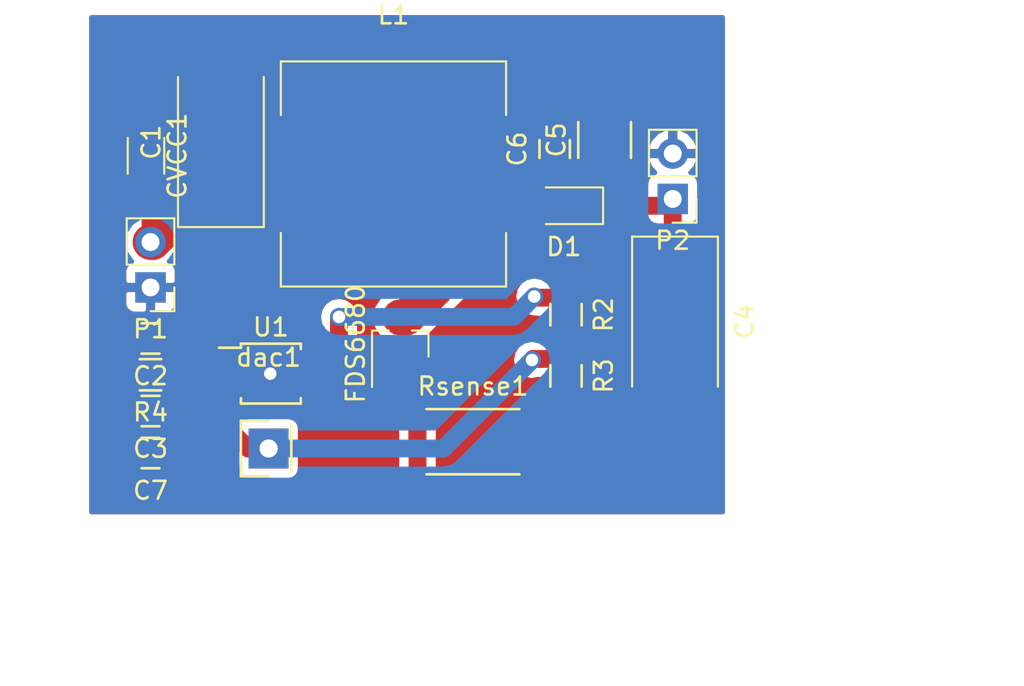
<source format=kicad_pcb>
(kicad_pcb (version 4) (host pcbnew 4.0.5)

  (general
    (links 36)
    (no_connects 0)
    (area 135.655667 82.945 193.27 123.350001)
    (thickness 1.6)
    (drawings 2)
    (tracks 91)
    (zones 0)
    (modules 19)
    (nets 11)
  )

  (page A4)
  (layers
    (0 F.Cu signal)
    (31 B.Cu signal)
    (32 B.Adhes user)
    (33 F.Adhes user)
    (34 B.Paste user)
    (35 F.Paste user)
    (36 B.SilkS user)
    (37 F.SilkS user)
    (38 B.Mask user)
    (39 F.Mask user)
    (40 Dwgs.User user)
    (41 Cmts.User user)
    (42 Eco1.User user)
    (43 Eco2.User user)
    (44 Edge.Cuts user)
    (45 Margin user)
    (46 B.CrtYd user)
    (47 F.CrtYd user)
    (48 B.Fab user)
    (49 F.Fab user)
  )

  (setup
    (last_trace_width 0.25)
    (user_trace_width 0.35)
    (user_trace_width 0.4)
    (user_trace_width 1)
    (user_trace_width 2)
    (trace_clearance 0.1)
    (zone_clearance 0.508)
    (zone_45_only no)
    (trace_min 0.2)
    (segment_width 0.2)
    (edge_width 0.15)
    (via_size 0.9)
    (via_drill 0.7)
    (via_min_size 0.4)
    (via_min_drill 0.3)
    (uvia_size 0.3)
    (uvia_drill 0.1)
    (uvias_allowed no)
    (uvia_min_size 0.2)
    (uvia_min_drill 0.1)
    (pcb_text_width 0.3)
    (pcb_text_size 1.5 1.5)
    (mod_edge_width 0.15)
    (mod_text_size 1 1)
    (mod_text_width 0.15)
    (pad_size 1.9 0.8)
    (pad_drill 0)
    (pad_to_mask_clearance 0.2)
    (aux_axis_origin 0 0)
    (visible_elements 7FFFFFFF)
    (pcbplotparams
      (layerselection 0x00000_80000001)
      (usegerberextensions false)
      (excludeedgelayer true)
      (linewidth 0.050000)
      (plotframeref false)
      (viasonmask false)
      (mode 1)
      (useauxorigin false)
      (hpglpennumber 1)
      (hpglpenspeed 20)
      (hpglpendiameter 15)
      (hpglpenoverlay 2)
      (psnegative false)
      (psa4output false)
      (plotreference true)
      (plotvalue true)
      (plotinvisibletext false)
      (padsonsilk false)
      (subtractmaskfromsilk false)
      (outputformat 4)
      (mirror false)
      (drillshape 2)
      (scaleselection 1)
      (outputdirectory ""))
  )

  (net 0 "")
  (net 1 GND)
  (net 2 "Net-(C3-Pad1)")
  (net 3 "Net-(C4-Pad1)")
  (net 4 "Net-(C7-Pad1)")
  (net 5 "Net-(D1-Pad2)")
  (net 6 "Net-(FDS6680-Pad1)")
  (net 7 "Net-(FDS6680-Pad3)")
  (net 8 "Net-(R4-Pad1)")
  (net 9 /PowerIn)
  (net 10 "Net-(C2-Pad1)")

  (net_class Default "This is the default net class."
    (clearance 0.1)
    (trace_width 0.25)
    (via_dia 0.9)
    (via_drill 0.7)
    (uvia_dia 0.3)
    (uvia_drill 0.1)
    (add_net /PowerIn)
    (add_net GND)
    (add_net "Net-(C2-Pad1)")
    (add_net "Net-(C3-Pad1)")
    (add_net "Net-(C4-Pad1)")
    (add_net "Net-(C7-Pad1)")
    (add_net "Net-(D1-Pad2)")
    (add_net "Net-(FDS6680-Pad1)")
    (add_net "Net-(FDS6680-Pad3)")
    (add_net "Net-(R4-Pad1)")
  )

  (net_class Power ""
    (clearance 0.1)
    (trace_width 0.8)
    (via_dia 0.9)
    (via_drill 0.7)
    (uvia_dia 0.3)
    (uvia_drill 0.1)
  )

  (module Resistors_SMD:R_2512 (layer F.Cu) (tedit 58307F1B) (tstamp 587239C9)
    (at 158.623 107.696)
    (descr "Resistor SMD 2512, reflow soldering, Vishay (see dcrcw.pdf)")
    (tags "resistor 2512")
    (path /57CDC064)
    (attr smd)
    (fp_text reference Rsense1 (at 0 -3.1) (layer F.SilkS)
      (effects (font (size 1 1) (thickness 0.15)))
    )
    (fp_text value 0.02 (at 0 3.1) (layer F.Fab)
      (effects (font (size 1 1) (thickness 0.15)))
    )
    (fp_line (start -3.15 1.6) (end -3.15 -1.6) (layer F.Fab) (width 0.1))
    (fp_line (start 3.15 1.6) (end -3.15 1.6) (layer F.Fab) (width 0.1))
    (fp_line (start 3.15 -1.6) (end 3.15 1.6) (layer F.Fab) (width 0.1))
    (fp_line (start -3.15 -1.6) (end 3.15 -1.6) (layer F.Fab) (width 0.1))
    (fp_line (start -3.9 -1.95) (end 3.9 -1.95) (layer F.CrtYd) (width 0.05))
    (fp_line (start -3.9 1.95) (end 3.9 1.95) (layer F.CrtYd) (width 0.05))
    (fp_line (start -3.9 -1.95) (end -3.9 1.95) (layer F.CrtYd) (width 0.05))
    (fp_line (start 3.9 -1.95) (end 3.9 1.95) (layer F.CrtYd) (width 0.05))
    (fp_line (start 2.6 1.825) (end -2.6 1.825) (layer F.SilkS) (width 0.15))
    (fp_line (start -2.6 -1.825) (end 2.6 -1.825) (layer F.SilkS) (width 0.15))
    (pad 1 smd rect (at -3.1 0) (size 1 3.2) (layers F.Cu F.Paste F.Mask)
      (net 7 "Net-(FDS6680-Pad3)"))
    (pad 2 smd rect (at 3.1 0) (size 1 3.2) (layers F.Cu F.Paste F.Mask)
      (net 1 GND))
    (model Resistors_SMD.3dshapes/R_2512.wrl
      (at (xyz 0 0 0))
      (scale (xyz 1 1 1))
      (rotate (xyz 0 0 0))
    )
  )

  (module Housings_SSOP:MSOP-10_3x3mm_Pitch0.5mm (layer F.Cu) (tedit 54130A77) (tstamp 587239E3)
    (at 147.32 103.886)
    (descr "10-Lead Plastic Micro Small Outline Package (MS) [MSOP] (see Microchip Packaging Specification 00000049BS.pdf)")
    (tags "SSOP 0.5")
    (path /57CDB9E2)
    (attr smd)
    (fp_text reference U1 (at 0 -2.6) (layer F.SilkS)
      (effects (font (size 1 1) (thickness 0.15)))
    )
    (fp_text value MAX668 (at 0 2.6) (layer F.Fab)
      (effects (font (size 1 1) (thickness 0.15)))
    )
    (fp_line (start -0.5 -1.5) (end 1.5 -1.5) (layer F.Fab) (width 0.15))
    (fp_line (start 1.5 -1.5) (end 1.5 1.5) (layer F.Fab) (width 0.15))
    (fp_line (start 1.5 1.5) (end -1.5 1.5) (layer F.Fab) (width 0.15))
    (fp_line (start -1.5 1.5) (end -1.5 -0.5) (layer F.Fab) (width 0.15))
    (fp_line (start -1.5 -0.5) (end -0.5 -1.5) (layer F.Fab) (width 0.15))
    (fp_line (start -3.15 -1.85) (end -3.15 1.85) (layer F.CrtYd) (width 0.05))
    (fp_line (start 3.15 -1.85) (end 3.15 1.85) (layer F.CrtYd) (width 0.05))
    (fp_line (start -3.15 -1.85) (end 3.15 -1.85) (layer F.CrtYd) (width 0.05))
    (fp_line (start -3.15 1.85) (end 3.15 1.85) (layer F.CrtYd) (width 0.05))
    (fp_line (start -1.675 -1.675) (end -1.675 -1.45) (layer F.SilkS) (width 0.15))
    (fp_line (start 1.675 -1.675) (end 1.675 -1.375) (layer F.SilkS) (width 0.15))
    (fp_line (start 1.675 1.675) (end 1.675 1.375) (layer F.SilkS) (width 0.15))
    (fp_line (start -1.675 1.675) (end -1.675 1.375) (layer F.SilkS) (width 0.15))
    (fp_line (start -1.675 -1.675) (end 1.675 -1.675) (layer F.SilkS) (width 0.15))
    (fp_line (start -1.675 1.675) (end 1.675 1.675) (layer F.SilkS) (width 0.15))
    (fp_line (start -1.675 -1.45) (end -2.9 -1.45) (layer F.SilkS) (width 0.15))
    (pad 1 smd rect (at -2.2 -1) (size 1.4 0.3) (layers F.Cu F.Paste F.Mask)
      (net 10 "Net-(C2-Pad1)"))
    (pad 2 smd rect (at -2.2 -0.5) (size 1.4 0.3) (layers F.Cu F.Paste F.Mask)
      (net 8 "Net-(R4-Pad1)"))
    (pad 3 smd rect (at -2.2 0) (size 1.4 0.3) (layers F.Cu F.Paste F.Mask)
      (net 1 GND))
    (pad 4 smd rect (at -2.2 0.5) (size 1.4 0.3) (layers F.Cu F.Paste F.Mask)
      (net 2 "Net-(C3-Pad1)"))
    (pad 5 smd rect (at -2.2 1) (size 1.4 0.3) (layers F.Cu F.Paste F.Mask)
      (net 4 "Net-(C7-Pad1)"))
    (pad 6 smd rect (at 2.2 1) (size 1.4 0.3) (layers F.Cu F.Paste F.Mask)
      (net 7 "Net-(FDS6680-Pad3)"))
    (pad 7 smd rect (at 2.2 0.5) (size 1.4 0.3) (layers F.Cu F.Paste F.Mask)
      (net 1 GND))
    (pad 8 smd rect (at 2.2 0) (size 1.4 0.3) (layers F.Cu F.Paste F.Mask)
      (net 6 "Net-(FDS6680-Pad1)"))
    (pad 9 smd rect (at 2.2 -0.5) (size 1.4 0.3) (layers F.Cu F.Paste F.Mask)
      (net 3 "Net-(C4-Pad1)"))
    (pad 10 smd rect (at 2.2 -1) (size 1.4 0.3) (layers F.Cu F.Paste F.Mask)
      (net 3 "Net-(C4-Pad1)"))
    (model Housings_SSOP.3dshapes/MSOP-10_3x3mm_Pitch0.5mm.wrl
      (at (xyz 0 0 0))
      (scale (xyz 1 1 1))
      (rotate (xyz 0 0 0))
    )
  )

  (module Capacitors_SMD:C_0805 (layer F.Cu) (tedit 5415D6EA) (tstamp 58723BD5)
    (at 140.589 101.9175 180)
    (descr "Capacitor SMD 0805, reflow soldering, AVX (see smccp.pdf)")
    (tags "capacitor 0805")
    (path /57CDBAE9)
    (attr smd)
    (fp_text reference C2 (at 0 -2.1 180) (layer F.SilkS)
      (effects (font (size 1 1) (thickness 0.15)))
    )
    (fp_text value 1uF (at 0 2.1 180) (layer F.Fab)
      (effects (font (size 1 1) (thickness 0.15)))
    )
    (fp_line (start -1 0.625) (end -1 -0.625) (layer F.Fab) (width 0.15))
    (fp_line (start 1 0.625) (end -1 0.625) (layer F.Fab) (width 0.15))
    (fp_line (start 1 -0.625) (end 1 0.625) (layer F.Fab) (width 0.15))
    (fp_line (start -1 -0.625) (end 1 -0.625) (layer F.Fab) (width 0.15))
    (fp_line (start -1.8 -1) (end 1.8 -1) (layer F.CrtYd) (width 0.05))
    (fp_line (start -1.8 1) (end 1.8 1) (layer F.CrtYd) (width 0.05))
    (fp_line (start -1.8 -1) (end -1.8 1) (layer F.CrtYd) (width 0.05))
    (fp_line (start 1.8 -1) (end 1.8 1) (layer F.CrtYd) (width 0.05))
    (fp_line (start 0.5 -0.85) (end -0.5 -0.85) (layer F.SilkS) (width 0.15))
    (fp_line (start -0.5 0.85) (end 0.5 0.85) (layer F.SilkS) (width 0.15))
    (pad 1 smd rect (at -1 0 180) (size 1 1.25) (layers F.Cu F.Paste F.Mask)
      (net 10 "Net-(C2-Pad1)"))
    (pad 2 smd rect (at 1 0 180) (size 1 1.25) (layers F.Cu F.Paste F.Mask)
      (net 1 GND))
    (model Capacitors_SMD.3dshapes/C_0805.wrl
      (at (xyz 0 0 0))
      (scale (xyz 1 1 1))
      (rotate (xyz 0 0 0))
    )
  )

  (module Capacitors_SMD:C_0805 (layer F.Cu) (tedit 59C58A8A) (tstamp 58723BDB)
    (at 140.589 105.9815 180)
    (descr "Capacitor SMD 0805, reflow soldering, AVX (see smccp.pdf)")
    (tags "capacitor 0805")
    (path /57CDBB36)
    (attr smd)
    (fp_text reference C3 (at 0 -2.1 180) (layer F.SilkS)
      (effects (font (size 1 1) (thickness 0.15)))
    )
    (fp_text value .22uF (at 6.223 0.0635 180) (layer F.Fab)
      (effects (font (size 1 1) (thickness 0.15)))
    )
    (fp_line (start -1 0.625) (end -1 -0.625) (layer F.Fab) (width 0.15))
    (fp_line (start 1 0.625) (end -1 0.625) (layer F.Fab) (width 0.15))
    (fp_line (start 1 -0.625) (end 1 0.625) (layer F.Fab) (width 0.15))
    (fp_line (start -1 -0.625) (end 1 -0.625) (layer F.Fab) (width 0.15))
    (fp_line (start -1.8 -1) (end 1.8 -1) (layer F.CrtYd) (width 0.05))
    (fp_line (start -1.8 1) (end 1.8 1) (layer F.CrtYd) (width 0.05))
    (fp_line (start -1.8 -1) (end -1.8 1) (layer F.CrtYd) (width 0.05))
    (fp_line (start 1.8 -1) (end 1.8 1) (layer F.CrtYd) (width 0.05))
    (fp_line (start 0.5 -0.85) (end -0.5 -0.85) (layer F.SilkS) (width 0.15))
    (fp_line (start -0.5 0.85) (end 0.5 0.85) (layer F.SilkS) (width 0.15))
    (pad 1 smd rect (at -1 0 180) (size 1 1.25) (layers F.Cu F.Paste F.Mask)
      (net 2 "Net-(C3-Pad1)"))
    (pad 2 smd rect (at 1 0 180) (size 1 1.25) (layers F.Cu F.Paste F.Mask)
      (net 1 GND))
    (model Capacitors_SMD.3dshapes/C_0805.wrl
      (at (xyz 0 0 0))
      (scale (xyz 1 1 1))
      (rotate (xyz 0 0 0))
    )
  )

  (module Capacitors_SMD:C_1210 (layer F.Cu) (tedit 5415D85D) (tstamp 58723BE7)
    (at 165.989 90.805 90)
    (descr "Capacitor SMD 1210, reflow soldering, AVX (see smccp.pdf)")
    (tags "capacitor 1210")
    (path /57CDBD85)
    (attr smd)
    (fp_text reference C5 (at 0 -2.7 90) (layer F.SilkS)
      (effects (font (size 1 1) (thickness 0.15)))
    )
    (fp_text value 68uF (at 0 2.7 90) (layer F.Fab)
      (effects (font (size 1 1) (thickness 0.15)))
    )
    (fp_line (start -1.6 1.25) (end -1.6 -1.25) (layer F.Fab) (width 0.15))
    (fp_line (start 1.6 1.25) (end -1.6 1.25) (layer F.Fab) (width 0.15))
    (fp_line (start 1.6 -1.25) (end 1.6 1.25) (layer F.Fab) (width 0.15))
    (fp_line (start -1.6 -1.25) (end 1.6 -1.25) (layer F.Fab) (width 0.15))
    (fp_line (start -2.3 -1.6) (end 2.3 -1.6) (layer F.CrtYd) (width 0.05))
    (fp_line (start -2.3 1.6) (end 2.3 1.6) (layer F.CrtYd) (width 0.05))
    (fp_line (start -2.3 -1.6) (end -2.3 1.6) (layer F.CrtYd) (width 0.05))
    (fp_line (start 2.3 -1.6) (end 2.3 1.6) (layer F.CrtYd) (width 0.05))
    (fp_line (start 1 -1.475) (end -1 -1.475) (layer F.SilkS) (width 0.15))
    (fp_line (start -1 1.475) (end 1 1.475) (layer F.SilkS) (width 0.15))
    (pad 1 smd rect (at -1.5 0 90) (size 1 2.5) (layers F.Cu F.Paste F.Mask)
      (net 3 "Net-(C4-Pad1)"))
    (pad 2 smd rect (at 1.5 0 90) (size 1 2.5) (layers F.Cu F.Paste F.Mask)
      (net 1 GND))
    (model Capacitors_SMD.3dshapes/C_1210.wrl
      (at (xyz 0 0 0))
      (scale (xyz 1 1 1))
      (rotate (xyz 0 0 0))
    )
  )

  (module Capacitors_SMD:C_0805 (layer F.Cu) (tedit 5415D6EA) (tstamp 58723BED)
    (at 163.195 91.313 90)
    (descr "Capacitor SMD 0805, reflow soldering, AVX (see smccp.pdf)")
    (tags "capacitor 0805")
    (path /57CDBDAC)
    (attr smd)
    (fp_text reference C6 (at 0 -2.1 90) (layer F.SilkS)
      (effects (font (size 1 1) (thickness 0.15)))
    )
    (fp_text value 0.1uF (at 0 2.1 90) (layer F.Fab)
      (effects (font (size 1 1) (thickness 0.15)))
    )
    (fp_line (start -1 0.625) (end -1 -0.625) (layer F.Fab) (width 0.15))
    (fp_line (start 1 0.625) (end -1 0.625) (layer F.Fab) (width 0.15))
    (fp_line (start 1 -0.625) (end 1 0.625) (layer F.Fab) (width 0.15))
    (fp_line (start -1 -0.625) (end 1 -0.625) (layer F.Fab) (width 0.15))
    (fp_line (start -1.8 -1) (end 1.8 -1) (layer F.CrtYd) (width 0.05))
    (fp_line (start -1.8 1) (end 1.8 1) (layer F.CrtYd) (width 0.05))
    (fp_line (start -1.8 -1) (end -1.8 1) (layer F.CrtYd) (width 0.05))
    (fp_line (start 1.8 -1) (end 1.8 1) (layer F.CrtYd) (width 0.05))
    (fp_line (start 0.5 -0.85) (end -0.5 -0.85) (layer F.SilkS) (width 0.15))
    (fp_line (start -0.5 0.85) (end 0.5 0.85) (layer F.SilkS) (width 0.15))
    (pad 1 smd rect (at -1 0 90) (size 1 1.25) (layers F.Cu F.Paste F.Mask)
      (net 3 "Net-(C4-Pad1)"))
    (pad 2 smd rect (at 1 0 90) (size 1 1.25) (layers F.Cu F.Paste F.Mask)
      (net 1 GND))
    (model Capacitors_SMD.3dshapes/C_0805.wrl
      (at (xyz 0 0 0))
      (scale (xyz 1 1 1))
      (rotate (xyz 0 0 0))
    )
  )

  (module Capacitors_SMD:C_0805 (layer F.Cu) (tedit 59C58A98) (tstamp 58723BF3)
    (at 140.589 108.331 180)
    (descr "Capacitor SMD 0805, reflow soldering, AVX (see smccp.pdf)")
    (tags "capacitor 0805")
    (path /57CDBB57)
    (attr smd)
    (fp_text reference C7 (at 0 -2.1 180) (layer F.SilkS)
      (effects (font (size 1 1) (thickness 0.15)))
    )
    (fp_text value 220pF (at 5.969 0.127 180) (layer F.Fab)
      (effects (font (size 1 1) (thickness 0.15)))
    )
    (fp_line (start -1 0.625) (end -1 -0.625) (layer F.Fab) (width 0.15))
    (fp_line (start 1 0.625) (end -1 0.625) (layer F.Fab) (width 0.15))
    (fp_line (start 1 -0.625) (end 1 0.625) (layer F.Fab) (width 0.15))
    (fp_line (start -1 -0.625) (end 1 -0.625) (layer F.Fab) (width 0.15))
    (fp_line (start -1.8 -1) (end 1.8 -1) (layer F.CrtYd) (width 0.05))
    (fp_line (start -1.8 1) (end 1.8 1) (layer F.CrtYd) (width 0.05))
    (fp_line (start -1.8 -1) (end -1.8 1) (layer F.CrtYd) (width 0.05))
    (fp_line (start 1.8 -1) (end 1.8 1) (layer F.CrtYd) (width 0.05))
    (fp_line (start 0.5 -0.85) (end -0.5 -0.85) (layer F.SilkS) (width 0.15))
    (fp_line (start -0.5 0.85) (end 0.5 0.85) (layer F.SilkS) (width 0.15))
    (pad 1 smd rect (at -1 0 180) (size 1 1.25) (layers F.Cu F.Paste F.Mask)
      (net 4 "Net-(C7-Pad1)"))
    (pad 2 smd rect (at 1 0 180) (size 1 1.25) (layers F.Cu F.Paste F.Mask)
      (net 1 GND))
    (model Capacitors_SMD.3dshapes/C_0805.wrl
      (at (xyz 0 0 0))
      (scale (xyz 1 1 1))
      (rotate (xyz 0 0 0))
    )
  )

  (module Resistors_SMD:R_0805 (layer F.Cu) (tedit 58307B54) (tstamp 58723BFF)
    (at 163.83 100.584 270)
    (descr "Resistor SMD 0805, reflow soldering, Vishay (see dcrcw.pdf)")
    (tags "resistor 0805")
    (path /57CDBDF1)
    (attr smd)
    (fp_text reference R2 (at 0 -2.1 270) (layer F.SilkS)
      (effects (font (size 1 1) (thickness 0.15)))
    )
    (fp_text value 218k (at 0 2.1 270) (layer F.Fab)
      (effects (font (size 1 1) (thickness 0.15)))
    )
    (fp_line (start -1 0.625) (end -1 -0.625) (layer F.Fab) (width 0.1))
    (fp_line (start 1 0.625) (end -1 0.625) (layer F.Fab) (width 0.1))
    (fp_line (start 1 -0.625) (end 1 0.625) (layer F.Fab) (width 0.1))
    (fp_line (start -1 -0.625) (end 1 -0.625) (layer F.Fab) (width 0.1))
    (fp_line (start -1.6 -1) (end 1.6 -1) (layer F.CrtYd) (width 0.05))
    (fp_line (start -1.6 1) (end 1.6 1) (layer F.CrtYd) (width 0.05))
    (fp_line (start -1.6 -1) (end -1.6 1) (layer F.CrtYd) (width 0.05))
    (fp_line (start 1.6 -1) (end 1.6 1) (layer F.CrtYd) (width 0.05))
    (fp_line (start 0.6 0.875) (end -0.6 0.875) (layer F.SilkS) (width 0.15))
    (fp_line (start -0.6 -0.875) (end 0.6 -0.875) (layer F.SilkS) (width 0.15))
    (pad 1 smd rect (at -0.95 0 270) (size 0.7 1.3) (layers F.Cu F.Paste F.Mask)
      (net 3 "Net-(C4-Pad1)"))
    (pad 2 smd rect (at 0.95 0 270) (size 0.7 1.3) (layers F.Cu F.Paste F.Mask)
      (net 4 "Net-(C7-Pad1)"))
    (model Resistors_SMD.3dshapes/R_0805.wrl
      (at (xyz 0 0 0))
      (scale (xyz 1 1 1))
      (rotate (xyz 0 0 0))
    )
  )

  (module Resistors_SMD:R_0805 (layer F.Cu) (tedit 58307B54) (tstamp 58723C05)
    (at 163.83 104.013 270)
    (descr "Resistor SMD 0805, reflow soldering, Vishay (see dcrcw.pdf)")
    (tags "resistor 0805")
    (path /57CDBE2A)
    (attr smd)
    (fp_text reference R3 (at 0 -2.1 270) (layer F.SilkS)
      (effects (font (size 1 1) (thickness 0.15)))
    )
    (fp_text value 25k (at 0 2.1 270) (layer F.Fab)
      (effects (font (size 1 1) (thickness 0.15)))
    )
    (fp_line (start -1 0.625) (end -1 -0.625) (layer F.Fab) (width 0.1))
    (fp_line (start 1 0.625) (end -1 0.625) (layer F.Fab) (width 0.1))
    (fp_line (start 1 -0.625) (end 1 0.625) (layer F.Fab) (width 0.1))
    (fp_line (start -1 -0.625) (end 1 -0.625) (layer F.Fab) (width 0.1))
    (fp_line (start -1.6 -1) (end 1.6 -1) (layer F.CrtYd) (width 0.05))
    (fp_line (start -1.6 1) (end 1.6 1) (layer F.CrtYd) (width 0.05))
    (fp_line (start -1.6 -1) (end -1.6 1) (layer F.CrtYd) (width 0.05))
    (fp_line (start 1.6 -1) (end 1.6 1) (layer F.CrtYd) (width 0.05))
    (fp_line (start 0.6 0.875) (end -0.6 0.875) (layer F.SilkS) (width 0.15))
    (fp_line (start -0.6 -0.875) (end 0.6 -0.875) (layer F.SilkS) (width 0.15))
    (pad 1 smd rect (at -0.95 0 270) (size 0.7 1.3) (layers F.Cu F.Paste F.Mask)
      (net 4 "Net-(C7-Pad1)"))
    (pad 2 smd rect (at 0.95 0 270) (size 0.7 1.3) (layers F.Cu F.Paste F.Mask)
      (net 1 GND))
    (model Resistors_SMD.3dshapes/R_0805.wrl
      (at (xyz 0 0 0))
      (scale (xyz 1 1 1))
      (rotate (xyz 0 0 0))
    )
  )

  (module Resistors_SMD:R_0805 (layer F.Cu) (tedit 58307B54) (tstamp 58723C0B)
    (at 140.589 103.9495 180)
    (descr "Resistor SMD 0805, reflow soldering, Vishay (see dcrcw.pdf)")
    (tags "resistor 0805")
    (path /57CDC01D)
    (attr smd)
    (fp_text reference R4 (at 0 -2.1 180) (layer F.SilkS)
      (effects (font (size 1 1) (thickness 0.15)))
    )
    (fp_text value 100k (at 0 2.1 180) (layer F.Fab)
      (effects (font (size 1 1) (thickness 0.15)))
    )
    (fp_line (start -1 0.625) (end -1 -0.625) (layer F.Fab) (width 0.1))
    (fp_line (start 1 0.625) (end -1 0.625) (layer F.Fab) (width 0.1))
    (fp_line (start 1 -0.625) (end 1 0.625) (layer F.Fab) (width 0.1))
    (fp_line (start -1 -0.625) (end 1 -0.625) (layer F.Fab) (width 0.1))
    (fp_line (start -1.6 -1) (end 1.6 -1) (layer F.CrtYd) (width 0.05))
    (fp_line (start -1.6 1) (end 1.6 1) (layer F.CrtYd) (width 0.05))
    (fp_line (start -1.6 -1) (end -1.6 1) (layer F.CrtYd) (width 0.05))
    (fp_line (start 1.6 -1) (end 1.6 1) (layer F.CrtYd) (width 0.05))
    (fp_line (start 0.6 0.875) (end -0.6 0.875) (layer F.SilkS) (width 0.15))
    (fp_line (start -0.6 -0.875) (end 0.6 -0.875) (layer F.SilkS) (width 0.15))
    (pad 1 smd rect (at -0.95 0 180) (size 0.7 1.3) (layers F.Cu F.Paste F.Mask)
      (net 8 "Net-(R4-Pad1)"))
    (pad 2 smd rect (at 0.95 0 180) (size 0.7 1.3) (layers F.Cu F.Paste F.Mask)
      (net 1 GND))
    (model Resistors_SMD.3dshapes/R_0805.wrl
      (at (xyz 0 0 0))
      (scale (xyz 1 1 1))
      (rotate (xyz 0 0 0))
    )
  )

  (module Socket_Strips:Socket_Strip_Straight_1x01 (layer F.Cu) (tedit 54E9F79C) (tstamp 58723E8E)
    (at 147.193 108.077)
    (descr "Through hole socket strip")
    (tags "socket strip")
    (path /5872A8CE)
    (fp_text reference dac1 (at 0 -5.1) (layer F.SilkS)
      (effects (font (size 1 1) (thickness 0.15)))
    )
    (fp_text value DAC (at 0 -3.1) (layer F.Fab)
      (effects (font (size 1 1) (thickness 0.15)))
    )
    (fp_line (start -1.75 -1.75) (end -1.75 1.75) (layer F.CrtYd) (width 0.05))
    (fp_line (start 1.75 -1.75) (end 1.75 1.75) (layer F.CrtYd) (width 0.05))
    (fp_line (start -1.75 -1.75) (end 1.75 -1.75) (layer F.CrtYd) (width 0.05))
    (fp_line (start -1.75 1.75) (end 1.75 1.75) (layer F.CrtYd) (width 0.05))
    (fp_line (start 1.27 1.27) (end 1.27 -1.27) (layer F.SilkS) (width 0.15))
    (fp_line (start -1.55 -1.55) (end 0 -1.55) (layer F.SilkS) (width 0.15))
    (fp_line (start -1.55 -1.55) (end -1.55 1.55) (layer F.SilkS) (width 0.15))
    (fp_line (start -1.55 1.55) (end 0 1.55) (layer F.SilkS) (width 0.15))
    (pad 1 thru_hole rect (at 0 0) (size 2.2352 2.2352) (drill 1.016) (layers *.Cu *.Mask)
      (net 4 "Net-(C7-Pad1)"))
    (model Socket_Strips.3dshapes/Socket_Strip_Straight_1x01.wrl
      (at (xyz 0 0 0))
      (scale (xyz 1 1 1))
      (rotate (xyz 0 0 180))
    )
  )

  (module TO_SOT_Packages_SMD:SOT-23_Handsoldering (layer F.Cu) (tedit 5872411E) (tstamp 58724170)
    (at 154.559 102.235 90)
    (descr "SOT-23, Handsoldering")
    (tags SOT-23)
    (path /57CDC21D)
    (attr smd)
    (fp_text reference FDS6680 (at 0 -2.5 90) (layer F.SilkS)
      (effects (font (size 1 1) (thickness 0.15)))
    )
    (fp_text value Q_NMOS_GDS (at 0 2.5 90) (layer F.Fab)
      (effects (font (size 1 1) (thickness 0.15)))
    )
    (fp_line (start 0.76 1.58) (end 0.76 0.65) (layer F.SilkS) (width 0.12))
    (fp_line (start 0.76 -1.58) (end 0.76 -0.65) (layer F.SilkS) (width 0.12))
    (fp_line (start 0.7 -1.52) (end 0.7 1.52) (layer F.Fab) (width 0.15))
    (fp_line (start -0.7 1.52) (end 0.7 1.52) (layer F.Fab) (width 0.15))
    (fp_line (start -2.7 -1.75) (end 2.7 -1.75) (layer F.CrtYd) (width 0.05))
    (fp_line (start 2.7 -1.75) (end 2.7 1.75) (layer F.CrtYd) (width 0.05))
    (fp_line (start 2.7 1.75) (end -2.7 1.75) (layer F.CrtYd) (width 0.05))
    (fp_line (start -2.7 1.75) (end -2.7 -1.75) (layer F.CrtYd) (width 0.05))
    (fp_line (start 0.76 -1.58) (end -2.4 -1.58) (layer F.SilkS) (width 0.12))
    (fp_line (start -0.7 -1.52) (end 0.7 -1.52) (layer F.Fab) (width 0.15))
    (fp_line (start -0.7 -1.52) (end -0.7 1.52) (layer F.Fab) (width 0.15))
    (fp_line (start 0.76 1.58) (end -0.7 1.58) (layer F.SilkS) (width 0.12))
    (pad 1 smd rect (at -1.5 -0.95 90) (size 1.9 0.8) (layers F.Cu F.Paste F.Mask)
      (net 6 "Net-(FDS6680-Pad1)"))
    (pad 3 smd rect (at -1.5 0.95 90) (size 1.9 0.8) (layers F.Cu F.Paste F.Mask)
      (net 7 "Net-(FDS6680-Pad3)"))
    (pad 2 smd rect (at 1.5 0 90) (size 1.9 0.8) (layers F.Cu F.Paste F.Mask)
      (net 5 "Net-(D1-Pad2)"))
    (model TO_SOT_Packages_SMD.3dshapes/SOT-23.wrl
      (at (xyz 0 0 0))
      (scale (xyz 1 1 1))
      (rotate (xyz 0 0 90))
    )
  )

  (module Inductors_SMD:L_12x12mm_h4.5mm (layer F.Cu) (tedit 587CD9F6) (tstamp 593FF8A5)
    (at 154.178 92.71)
    (descr "Choke, SMD, 12x12mm 4.5mm height")
    (tags "Choke SMD")
    (path /57CDC174)
    (attr smd)
    (fp_text reference L1 (at 0 -8.89) (layer F.SilkS)
      (effects (font (size 1 1) (thickness 0.15)))
    )
    (fp_text value L_Small (at 0 8.89) (layer F.Fab)
      (effects (font (size 1 1) (thickness 0.15)))
    )
    (fp_line (start 6.3 3.3) (end 6.3 6.3) (layer F.SilkS) (width 0.12))
    (fp_line (start 6.3 6.3) (end -6.3 6.3) (layer F.SilkS) (width 0.12))
    (fp_line (start -6.3 6.3) (end -6.3 3.3) (layer F.SilkS) (width 0.12))
    (fp_line (start -6.3 -3.3) (end -6.3 -6.3) (layer F.SilkS) (width 0.12))
    (fp_line (start -6.3 -6.3) (end 6.3 -6.3) (layer F.SilkS) (width 0.12))
    (fp_line (start 6.3 -6.3) (end 6.3 -3.3) (layer F.SilkS) (width 0.12))
    (fp_line (start -6.86 -6.6) (end 6.86 -6.6) (layer F.CrtYd) (width 0.05))
    (fp_line (start 6.86 -6.6) (end 6.86 6.6) (layer F.CrtYd) (width 0.05))
    (fp_line (start 6.86 6.6) (end -6.86 6.6) (layer F.CrtYd) (width 0.05))
    (fp_line (start -6.86 6.6) (end -6.86 -6.6) (layer F.CrtYd) (width 0.05))
    (fp_line (start 4.9 3.3) (end 5 3.4) (layer F.Fab) (width 0.1))
    (fp_line (start 5 3.4) (end 5.1 3.8) (layer F.Fab) (width 0.1))
    (fp_line (start 5.1 3.8) (end 5 4.3) (layer F.Fab) (width 0.1))
    (fp_line (start 5 4.3) (end 4.8 4.6) (layer F.Fab) (width 0.1))
    (fp_line (start 4.8 4.6) (end 4.5 5) (layer F.Fab) (width 0.1))
    (fp_line (start 4.5 5) (end 4 5.1) (layer F.Fab) (width 0.1))
    (fp_line (start 4 5.1) (end 3.5 5) (layer F.Fab) (width 0.1))
    (fp_line (start 3.5 5) (end 3.1 4.7) (layer F.Fab) (width 0.1))
    (fp_line (start 3.1 4.7) (end 3 4.6) (layer F.Fab) (width 0.1))
    (fp_line (start 3 4.6) (end 2.4 5) (layer F.Fab) (width 0.1))
    (fp_line (start 2.4 5) (end 1.6 5.3) (layer F.Fab) (width 0.1))
    (fp_line (start 1.6 5.3) (end 0.6 5.5) (layer F.Fab) (width 0.1))
    (fp_line (start 0.6 5.5) (end -0.6 5.5) (layer F.Fab) (width 0.1))
    (fp_line (start -0.6 5.5) (end -1.5 5.3) (layer F.Fab) (width 0.1))
    (fp_line (start -1.5 5.3) (end -2.1 5.1) (layer F.Fab) (width 0.1))
    (fp_line (start -2.1 5.1) (end -2.6 4.9) (layer F.Fab) (width 0.1))
    (fp_line (start -2.6 4.9) (end -3 4.7) (layer F.Fab) (width 0.1))
    (fp_line (start -3 4.7) (end -3.3 4.9) (layer F.Fab) (width 0.1))
    (fp_line (start -3.3 4.9) (end -3.9 5.1) (layer F.Fab) (width 0.1))
    (fp_line (start -3.9 5.1) (end -4.3 5) (layer F.Fab) (width 0.1))
    (fp_line (start -4.3 5) (end -4.6 4.8) (layer F.Fab) (width 0.1))
    (fp_line (start -4.6 4.8) (end -4.9 4.6) (layer F.Fab) (width 0.1))
    (fp_line (start -4.9 4.6) (end -5.1 4.1) (layer F.Fab) (width 0.1))
    (fp_line (start -5.1 4.1) (end -5 3.6) (layer F.Fab) (width 0.1))
    (fp_line (start -5 3.6) (end -4.8 3.2) (layer F.Fab) (width 0.1))
    (fp_line (start 4.9 -3.3) (end 5 -3.6) (layer F.Fab) (width 0.1))
    (fp_line (start 5 -3.6) (end 5.1 -4) (layer F.Fab) (width 0.1))
    (fp_line (start 5.1 -4) (end 5 -4.3) (layer F.Fab) (width 0.1))
    (fp_line (start 5 -4.3) (end 4.8 -4.7) (layer F.Fab) (width 0.1))
    (fp_line (start 4.8 -4.7) (end 4.5 -4.9) (layer F.Fab) (width 0.1))
    (fp_line (start 4.5 -4.9) (end 4.2 -5.1) (layer F.Fab) (width 0.1))
    (fp_line (start 4.2 -5.1) (end 3.9 -5.1) (layer F.Fab) (width 0.1))
    (fp_line (start 3.9 -5.1) (end 3.6 -5) (layer F.Fab) (width 0.1))
    (fp_line (start 3.6 -5) (end 3.3 -4.9) (layer F.Fab) (width 0.1))
    (fp_line (start 3.3 -4.9) (end 3 -4.6) (layer F.Fab) (width 0.1))
    (fp_line (start 3 -4.6) (end 2.6 -4.9) (layer F.Fab) (width 0.1))
    (fp_line (start 2.6 -4.9) (end 2.2 -5.1) (layer F.Fab) (width 0.1))
    (fp_line (start 2.2 -5.1) (end 1.7 -5.3) (layer F.Fab) (width 0.1))
    (fp_line (start 1.7 -5.3) (end 0.9 -5.5) (layer F.Fab) (width 0.1))
    (fp_line (start 0.9 -5.5) (end 0 -5.6) (layer F.Fab) (width 0.1))
    (fp_line (start 0 -5.6) (end -0.8 -5.5) (layer F.Fab) (width 0.1))
    (fp_line (start -0.8 -5.5) (end -1.7 -5.3) (layer F.Fab) (width 0.1))
    (fp_line (start -1.7 -5.3) (end -2.6 -4.9) (layer F.Fab) (width 0.1))
    (fp_line (start -2.6 -4.9) (end -3 -4.7) (layer F.Fab) (width 0.1))
    (fp_line (start -3 -4.7) (end -3.3 -4.9) (layer F.Fab) (width 0.1))
    (fp_line (start -3.3 -4.9) (end -3.7 -5.1) (layer F.Fab) (width 0.1))
    (fp_line (start -3.7 -5.1) (end -4.2 -5) (layer F.Fab) (width 0.1))
    (fp_line (start -4.2 -5) (end -4.6 -4.8) (layer F.Fab) (width 0.1))
    (fp_line (start -4.6 -4.8) (end -4.9 -4.5) (layer F.Fab) (width 0.1))
    (fp_line (start -4.9 -4.5) (end -5.1 -4) (layer F.Fab) (width 0.1))
    (fp_line (start -5.1 -4) (end -5 -3.5) (layer F.Fab) (width 0.1))
    (fp_line (start -5 -3.5) (end -4.8 -3.2) (layer F.Fab) (width 0.1))
    (fp_line (start -6.2 3.3) (end -6.2 6.2) (layer F.Fab) (width 0.1))
    (fp_line (start -6.2 6.2) (end 6.2 6.2) (layer F.Fab) (width 0.1))
    (fp_line (start 6.2 6.2) (end 6.2 3.3) (layer F.Fab) (width 0.1))
    (fp_line (start 6.2 -6.2) (end -6.2 -6.2) (layer F.Fab) (width 0.1))
    (fp_line (start -6.2 -6.2) (end -6.2 -3.3) (layer F.Fab) (width 0.1))
    (fp_line (start 6.2 -6.2) (end 6.2 -3.3) (layer F.Fab) (width 0.1))
    (fp_circle (center 0 0) (end 0.9 0) (layer F.Adhes) (width 0.38))
    (fp_circle (center 0 0) (end 0.55 0) (layer F.Adhes) (width 0.38))
    (fp_circle (center 0 0) (end 0.15 0.15) (layer F.Adhes) (width 0.38))
    (fp_circle (center -2.1 3) (end -1.8 3.25) (layer F.Fab) (width 0.1))
    (pad 1 smd rect (at -4.95 0) (size 2.9 5.4) (layers F.Cu F.Paste F.Mask)
      (net 9 /PowerIn))
    (pad 2 smd rect (at 4.95 0) (size 2.9 5.4) (layers F.Cu F.Paste F.Mask)
      (net 5 "Net-(D1-Pad2)"))
    (model Inductors_SMD.3dshapes\L_12x12mm_h4.5mm.wrl
      (at (xyz 0 0 0))
      (scale (xyz 4 4 4))
      (rotate (xyz 0 0 0))
    )
  )

  (module Capacitors_Tantalum_SMD:CP_Tantalum_Case-V_EIA-7343-20_Reflow (layer F.Cu) (tedit 57B6E980) (tstamp 593FFB57)
    (at 144.526 90.932 90)
    (descr "Tantalum capacitor, Case V, EIA 7343-20, 7.3x4.3x2.0mm, Reflow soldering footprint")
    (tags "capacitor tantalum smd")
    (path /57CDBB7C)
    (attr smd)
    (fp_text reference C1 (at 0 -3.9 90) (layer F.SilkS)
      (effects (font (size 1 1) (thickness 0.15)))
    )
    (fp_text value 68uF (at 0 3.9 90) (layer F.Fab)
      (effects (font (size 1 1) (thickness 0.15)))
    )
    (fp_line (start -4.85 -2.5) (end -4.85 2.5) (layer F.CrtYd) (width 0.05))
    (fp_line (start -4.85 2.5) (end 4.85 2.5) (layer F.CrtYd) (width 0.05))
    (fp_line (start 4.85 2.5) (end 4.85 -2.5) (layer F.CrtYd) (width 0.05))
    (fp_line (start 4.85 -2.5) (end -4.85 -2.5) (layer F.CrtYd) (width 0.05))
    (fp_line (start -3.65 -2.15) (end -3.65 2.15) (layer F.Fab) (width 0.1))
    (fp_line (start -3.65 2.15) (end 3.65 2.15) (layer F.Fab) (width 0.1))
    (fp_line (start 3.65 2.15) (end 3.65 -2.15) (layer F.Fab) (width 0.1))
    (fp_line (start 3.65 -2.15) (end -3.65 -2.15) (layer F.Fab) (width 0.1))
    (fp_line (start -2.92 -2.15) (end -2.92 2.15) (layer F.Fab) (width 0.1))
    (fp_line (start -2.555 -2.15) (end -2.555 2.15) (layer F.Fab) (width 0.1))
    (fp_line (start -4.75 -2.4) (end 3.65 -2.4) (layer F.SilkS) (width 0.12))
    (fp_line (start -4.75 2.4) (end 3.65 2.4) (layer F.SilkS) (width 0.12))
    (fp_line (start -4.75 -2.4) (end -4.75 2.4) (layer F.SilkS) (width 0.12))
    (pad 1 smd rect (at -3.175 0 90) (size 2.55 2.7) (layers F.Cu F.Paste F.Mask)
      (net 9 /PowerIn))
    (pad 2 smd rect (at 3.175 0 90) (size 2.55 2.7) (layers F.Cu F.Paste F.Mask)
      (net 1 GND))
    (model Capacitors_Tantalum_SMD.3dshapes/CP_Tantalum_Case-V_EIA-7343-20.wrl
      (at (xyz 0 0 0))
      (scale (xyz 1 1 1))
      (rotate (xyz 0 0 0))
    )
  )

  (module Capacitors_Tantalum_SMD:CP_Tantalum_Case-V_EIA-7343-20_Reflow (layer F.Cu) (tedit 57B6E980) (tstamp 593FFB5D)
    (at 169.926 100.965 270)
    (descr "Tantalum capacitor, Case V, EIA 7343-20, 7.3x4.3x2.0mm, Reflow soldering footprint")
    (tags "capacitor tantalum smd")
    (path /57CDBD64)
    (attr smd)
    (fp_text reference C4 (at 0 -3.9 270) (layer F.SilkS)
      (effects (font (size 1 1) (thickness 0.15)))
    )
    (fp_text value 68uF (at 0 3.9 270) (layer F.Fab)
      (effects (font (size 1 1) (thickness 0.15)))
    )
    (fp_line (start -4.85 -2.5) (end -4.85 2.5) (layer F.CrtYd) (width 0.05))
    (fp_line (start -4.85 2.5) (end 4.85 2.5) (layer F.CrtYd) (width 0.05))
    (fp_line (start 4.85 2.5) (end 4.85 -2.5) (layer F.CrtYd) (width 0.05))
    (fp_line (start 4.85 -2.5) (end -4.85 -2.5) (layer F.CrtYd) (width 0.05))
    (fp_line (start -3.65 -2.15) (end -3.65 2.15) (layer F.Fab) (width 0.1))
    (fp_line (start -3.65 2.15) (end 3.65 2.15) (layer F.Fab) (width 0.1))
    (fp_line (start 3.65 2.15) (end 3.65 -2.15) (layer F.Fab) (width 0.1))
    (fp_line (start 3.65 -2.15) (end -3.65 -2.15) (layer F.Fab) (width 0.1))
    (fp_line (start -2.92 -2.15) (end -2.92 2.15) (layer F.Fab) (width 0.1))
    (fp_line (start -2.555 -2.15) (end -2.555 2.15) (layer F.Fab) (width 0.1))
    (fp_line (start -4.75 -2.4) (end 3.65 -2.4) (layer F.SilkS) (width 0.12))
    (fp_line (start -4.75 2.4) (end 3.65 2.4) (layer F.SilkS) (width 0.12))
    (fp_line (start -4.75 -2.4) (end -4.75 2.4) (layer F.SilkS) (width 0.12))
    (pad 1 smd rect (at -3.175 0 270) (size 2.55 2.7) (layers F.Cu F.Paste F.Mask)
      (net 3 "Net-(C4-Pad1)"))
    (pad 2 smd rect (at 3.175 0 270) (size 2.55 2.7) (layers F.Cu F.Paste F.Mask)
      (net 1 GND))
    (model Capacitors_Tantalum_SMD.3dshapes/CP_Tantalum_Case-V_EIA-7343-20.wrl
      (at (xyz 0 0 0))
      (scale (xyz 1 1 1))
      (rotate (xyz 0 0 0))
    )
  )

  (module Capacitors_SMD:C_1206 (layer F.Cu) (tedit 58AA84B8) (tstamp 593FFB8A)
    (at 140.335 91.694 270)
    (descr "Capacitor SMD 1206, reflow soldering, AVX (see smccp.pdf)")
    (tags "capacitor 1206")
    (path /587241FB)
    (attr smd)
    (fp_text reference CVCC1 (at 0 -1.75 270) (layer F.SilkS)
      (effects (font (size 1 1) (thickness 0.15)))
    )
    (fp_text value 1uF (at 0 2 270) (layer F.Fab)
      (effects (font (size 1 1) (thickness 0.15)))
    )
    (fp_text user %R (at 0 -1.75 270) (layer F.Fab)
      (effects (font (size 1 1) (thickness 0.15)))
    )
    (fp_line (start -1.6 0.8) (end -1.6 -0.8) (layer F.Fab) (width 0.1))
    (fp_line (start 1.6 0.8) (end -1.6 0.8) (layer F.Fab) (width 0.1))
    (fp_line (start 1.6 -0.8) (end 1.6 0.8) (layer F.Fab) (width 0.1))
    (fp_line (start -1.6 -0.8) (end 1.6 -0.8) (layer F.Fab) (width 0.1))
    (fp_line (start 1 -1.02) (end -1 -1.02) (layer F.SilkS) (width 0.12))
    (fp_line (start -1 1.02) (end 1 1.02) (layer F.SilkS) (width 0.12))
    (fp_line (start -2.25 -1.05) (end 2.25 -1.05) (layer F.CrtYd) (width 0.05))
    (fp_line (start -2.25 -1.05) (end -2.25 1.05) (layer F.CrtYd) (width 0.05))
    (fp_line (start 2.25 1.05) (end 2.25 -1.05) (layer F.CrtYd) (width 0.05))
    (fp_line (start 2.25 1.05) (end -2.25 1.05) (layer F.CrtYd) (width 0.05))
    (pad 1 smd rect (at -1.5 0 270) (size 1 1.6) (layers F.Cu F.Paste F.Mask)
      (net 1 GND))
    (pad 2 smd rect (at 1.5 0 270) (size 1 1.6) (layers F.Cu F.Paste F.Mask)
      (net 9 /PowerIn))
    (model Capacitors_SMD.3dshapes/C_1206.wrl
      (at (xyz 0 0 0))
      (scale (xyz 1 1 1))
      (rotate (xyz 0 0 0))
    )
  )

  (module Socket_Strips:Socket_Strip_Straight_1x02_Pitch2.54mm (layer F.Cu) (tedit 58CD5446) (tstamp 59429564)
    (at 140.589 99.06 180)
    (descr "Through hole straight socket strip, 1x02, 2.54mm pitch, single row")
    (tags "Through hole socket strip THT 1x02 2.54mm single row")
    (path /57CDD39E)
    (fp_text reference P1 (at 0 -2.33 180) (layer F.SilkS)
      (effects (font (size 1 1) (thickness 0.15)))
    )
    (fp_text value CONN_01X02 (at 0 4.87 180) (layer F.Fab)
      (effects (font (size 1 1) (thickness 0.15)))
    )
    (fp_line (start -1.27 -1.27) (end -1.27 3.81) (layer F.Fab) (width 0.1))
    (fp_line (start -1.27 3.81) (end 1.27 3.81) (layer F.Fab) (width 0.1))
    (fp_line (start 1.27 3.81) (end 1.27 -1.27) (layer F.Fab) (width 0.1))
    (fp_line (start 1.27 -1.27) (end -1.27 -1.27) (layer F.Fab) (width 0.1))
    (fp_line (start -1.33 1.27) (end -1.33 3.87) (layer F.SilkS) (width 0.12))
    (fp_line (start -1.33 3.87) (end 1.33 3.87) (layer F.SilkS) (width 0.12))
    (fp_line (start 1.33 3.87) (end 1.33 1.27) (layer F.SilkS) (width 0.12))
    (fp_line (start 1.33 1.27) (end -1.33 1.27) (layer F.SilkS) (width 0.12))
    (fp_line (start -1.33 0) (end -1.33 -1.33) (layer F.SilkS) (width 0.12))
    (fp_line (start -1.33 -1.33) (end 0 -1.33) (layer F.SilkS) (width 0.12))
    (fp_line (start -1.8 -1.8) (end -1.8 4.35) (layer F.CrtYd) (width 0.05))
    (fp_line (start -1.8 4.35) (end 1.8 4.35) (layer F.CrtYd) (width 0.05))
    (fp_line (start 1.8 4.35) (end 1.8 -1.8) (layer F.CrtYd) (width 0.05))
    (fp_line (start 1.8 -1.8) (end -1.8 -1.8) (layer F.CrtYd) (width 0.05))
    (fp_text user %R (at 0 -2.33 180) (layer F.Fab)
      (effects (font (size 1 1) (thickness 0.15)))
    )
    (pad 1 thru_hole rect (at 0 0 180) (size 1.7 1.7) (drill 1) (layers *.Cu *.Mask)
      (net 1 GND))
    (pad 2 thru_hole oval (at 0 2.54 180) (size 1.7 1.7) (drill 1) (layers *.Cu *.Mask)
      (net 9 /PowerIn))
    (model ${KISYS3DMOD}/Socket_Strips.3dshapes/Socket_Strip_Straight_1x02_Pitch2.54mm.wrl
      (at (xyz 0 -0.05 0))
      (scale (xyz 1 1 1))
      (rotate (xyz 0 0 270))
    )
  )

  (module Socket_Strips:Socket_Strip_Straight_1x02_Pitch2.54mm (layer F.Cu) (tedit 58CD5446) (tstamp 59429579)
    (at 169.799 94.107 180)
    (descr "Through hole straight socket strip, 1x02, 2.54mm pitch, single row")
    (tags "Through hole socket strip THT 1x02 2.54mm single row")
    (path /57CDD41D)
    (fp_text reference P2 (at 0 -2.33 180) (layer F.SilkS)
      (effects (font (size 1 1) (thickness 0.15)))
    )
    (fp_text value CONN_01X02 (at 0 4.87 180) (layer F.Fab)
      (effects (font (size 1 1) (thickness 0.15)))
    )
    (fp_line (start -1.27 -1.27) (end -1.27 3.81) (layer F.Fab) (width 0.1))
    (fp_line (start -1.27 3.81) (end 1.27 3.81) (layer F.Fab) (width 0.1))
    (fp_line (start 1.27 3.81) (end 1.27 -1.27) (layer F.Fab) (width 0.1))
    (fp_line (start 1.27 -1.27) (end -1.27 -1.27) (layer F.Fab) (width 0.1))
    (fp_line (start -1.33 1.27) (end -1.33 3.87) (layer F.SilkS) (width 0.12))
    (fp_line (start -1.33 3.87) (end 1.33 3.87) (layer F.SilkS) (width 0.12))
    (fp_line (start 1.33 3.87) (end 1.33 1.27) (layer F.SilkS) (width 0.12))
    (fp_line (start 1.33 1.27) (end -1.33 1.27) (layer F.SilkS) (width 0.12))
    (fp_line (start -1.33 0) (end -1.33 -1.33) (layer F.SilkS) (width 0.12))
    (fp_line (start -1.33 -1.33) (end 0 -1.33) (layer F.SilkS) (width 0.12))
    (fp_line (start -1.8 -1.8) (end -1.8 4.35) (layer F.CrtYd) (width 0.05))
    (fp_line (start -1.8 4.35) (end 1.8 4.35) (layer F.CrtYd) (width 0.05))
    (fp_line (start 1.8 4.35) (end 1.8 -1.8) (layer F.CrtYd) (width 0.05))
    (fp_line (start 1.8 -1.8) (end -1.8 -1.8) (layer F.CrtYd) (width 0.05))
    (fp_text user %R (at 0 -2.33 180) (layer F.Fab)
      (effects (font (size 1 1) (thickness 0.15)))
    )
    (pad 1 thru_hole rect (at 0 0 180) (size 1.7 1.7) (drill 1) (layers *.Cu *.Mask)
      (net 3 "Net-(C4-Pad1)"))
    (pad 2 thru_hole oval (at 0 2.54 180) (size 1.7 1.7) (drill 1) (layers *.Cu *.Mask)
      (net 1 GND))
    (model ${KISYS3DMOD}/Socket_Strips.3dshapes/Socket_Strip_Straight_1x02_Pitch2.54mm.wrl
      (at (xyz 0 -0.05 0))
      (scale (xyz 1 1 1))
      (rotate (xyz 0 0 270))
    )
  )

  (module Diodes_SMD:D_1206 (layer F.Cu) (tedit 587F7EF9) (tstamp 593FFD49)
    (at 163.703 94.488 180)
    (descr "Diode SMD 1206, reflow soldering")
    (tags "Diode 1206")
    (path /57CDC33C)
    (attr smd)
    (fp_text reference D1 (at 0 -2.3 180) (layer F.SilkS)
      (effects (font (size 1 1) (thickness 0.15)))
    )
    (fp_text value D_Schottky (at 0 2.3 180) (layer F.Fab)
      (effects (font (size 1 1) (thickness 0.15)))
    )
    (fp_line (start -0.254 -0.254) (end -0.254 0.254) (layer F.Fab) (width 0.1))
    (fp_line (start 0.127 0) (end 0.381 0) (layer F.Fab) (width 0.1))
    (fp_line (start -0.254 0) (end -0.508 0) (layer F.Fab) (width 0.1))
    (fp_line (start 0.127 0.254) (end -0.254 0) (layer F.Fab) (width 0.1))
    (fp_line (start 0.127 -0.254) (end 0.127 0.254) (layer F.Fab) (width 0.1))
    (fp_line (start -0.254 0) (end 0.127 -0.254) (layer F.Fab) (width 0.1))
    (fp_line (start -2.2 -1.016) (end -2.2 1.016) (layer F.SilkS) (width 0.12))
    (fp_line (start -1.6 0.8) (end -1.6 -0.8) (layer F.Fab) (width 0.1))
    (fp_line (start 1.6 0.8) (end -1.6 0.8) (layer F.Fab) (width 0.1))
    (fp_line (start 1.6 -0.8) (end 1.6 0.8) (layer F.Fab) (width 0.1))
    (fp_line (start -1.6 -0.8) (end 1.6 -0.8) (layer F.Fab) (width 0.1))
    (fp_line (start -2.3 -1.15) (end 2.3 -1.15) (layer F.CrtYd) (width 0.05))
    (fp_line (start -2.3 1.15) (end 2.3 1.15) (layer F.CrtYd) (width 0.05))
    (fp_line (start -2.3 -1.15) (end -2.3 1.15) (layer F.CrtYd) (width 0.05))
    (fp_line (start 2.3 -1.15) (end 2.3 1.15) (layer F.CrtYd) (width 0.05))
    (fp_line (start 1 -1.025) (end -2.2 -1.025) (layer F.SilkS) (width 0.12))
    (fp_line (start -2.2 1.025) (end 1 1.025) (layer F.SilkS) (width 0.12))
    (pad 1 smd rect (at -1.5 0 180) (size 1 1.6) (layers F.Cu F.Paste F.Mask)
      (net 3 "Net-(C4-Pad1)"))
    (pad 2 smd rect (at 1.5 0 180) (size 1 1.6) (layers F.Cu F.Paste F.Mask)
      (net 5 "Net-(D1-Pad2)"))
  )

  (dimension 35.56 (width 0.3) (layer Dwgs.User)
    (gr_text "35,560 mm" (at 154.94 122) (layer Dwgs.User)
      (effects (font (size 1.5 1.5) (thickness 0.3)))
    )
    (feature1 (pts (xy 172.72 115.57) (xy 172.72 123.35)))
    (feature2 (pts (xy 137.16 115.57) (xy 137.16 123.35)))
    (crossbar (pts (xy 137.16 120.65) (xy 172.72 120.65)))
    (arrow1a (pts (xy 172.72 120.65) (xy 171.593496 121.236421)))
    (arrow1b (pts (xy 172.72 120.65) (xy 171.593496 120.063579)))
    (arrow2a (pts (xy 137.16 120.65) (xy 138.286504 121.236421)))
    (arrow2b (pts (xy 137.16 120.65) (xy 138.286504 120.063579)))
  )
  (dimension 26.67 (width 0.3) (layer Dwgs.User)
    (gr_text "26.670 mm" (at 186.77 97.155 90) (layer Dwgs.User)
      (effects (font (size 1.5 1.5) (thickness 0.3)))
    )
    (feature1 (pts (xy 181.61 83.82) (xy 188.12 83.82)))
    (feature2 (pts (xy 181.61 110.49) (xy 188.12 110.49)))
    (crossbar (pts (xy 185.42 110.49) (xy 185.42 83.82)))
    (arrow1a (pts (xy 185.42 83.82) (xy 186.006421 84.946504)))
    (arrow1b (pts (xy 185.42 83.82) (xy 184.833579 84.946504)))
    (arrow2a (pts (xy 185.42 110.49) (xy 186.006421 109.363496)))
    (arrow2b (pts (xy 185.42 110.49) (xy 184.833579 109.363496)))
  )

  (via (at 147.286 103.886) (size 0.9) (drill 0.7) (layers F.Cu B.Cu) (net 1))
  (segment (start 147.286 103.886) (end 147.32 103.886) (width 1) (layer B.Cu) (net 1) (tstamp 595C9398))
  (segment (start 139.639 103.9495) (end 139.639 101.9675) (width 1) (layer F.Cu) (net 1))
  (segment (start 139.639 101.9675) (end 139.589 101.9175) (width 1) (layer F.Cu) (net 1) (tstamp 594295C3))
  (segment (start 139.589 105.9815) (end 139.589 103.9995) (width 1) (layer F.Cu) (net 1))
  (segment (start 139.589 103.9995) (end 139.639 103.9495) (width 1) (layer F.Cu) (net 1) (tstamp 594295C0))
  (segment (start 149.52 104.386) (end 147.786 104.386) (width 0.35) (layer F.Cu) (net 1))
  (segment (start 147.286 103.886) (end 147.2 103.886) (width 0.35) (layer F.Cu) (net 1) (tstamp 58724469))
  (segment (start 147.2 103.886) (end 147.1 103.886) (width 0.35) (layer F.Cu) (net 1) (tstamp 5872449D))
  (segment (start 147.1 103.886) (end 145.12 103.886) (width 0.35) (layer F.Cu) (net 1) (tstamp 5872446C))
  (segment (start 147.786 104.386) (end 147.286 103.886) (width 0.35) (layer F.Cu) (net 1) (tstamp 58724468))
  (segment (start 145.12 104.386) (end 144.014 104.386) (width 0.35) (layer F.Cu) (net 2))
  (segment (start 142.4185 105.9815) (end 141.589 105.9815) (width 0.35) (layer F.Cu) (net 2) (tstamp 587241CC))
  (segment (start 144.014 104.386) (end 142.4185 105.9815) (width 0.35) (layer F.Cu) (net 2) (tstamp 587241CA))
  (segment (start 163.83 99.634) (end 162.118 99.634) (width 1) (layer F.Cu) (net 3))
  (segment (start 151.13 100.711) (end 151.13 102.743) (width 1) (layer F.Cu) (net 3) (tstamp 595C936B))
  (via (at 151.13 100.711) (size 0.9) (drill 0.7) (layers F.Cu B.Cu) (net 3))
  (segment (start 160.909 100.711) (end 151.13 100.711) (width 1) (layer B.Cu) (net 3) (tstamp 595C9369))
  (segment (start 162.052 99.568) (end 160.909 100.711) (width 1) (layer B.Cu) (net 3) (tstamp 595C9368))
  (via (at 162.052 99.568) (size 0.9) (drill 0.7) (layers F.Cu B.Cu) (net 3))
  (segment (start 162.118 99.634) (end 162.052 99.568) (width 1) (layer F.Cu) (net 3) (tstamp 595C9366))
  (segment (start 165.735 94.488) (end 165.735 97.729) (width 1) (layer F.Cu) (net 3))
  (segment (start 165.735 97.729) (end 163.83 99.634) (width 1) (layer F.Cu) (net 3) (tstamp 595C9360))
  (segment (start 165.989 92.305) (end 165.989 93.98) (width 1) (layer F.Cu) (net 3))
  (segment (start 169.799 94.107) (end 169.799 97.663) (width 1) (layer F.Cu) (net 3))
  (segment (start 169.799 97.663) (end 169.926 97.79) (width 1) (layer F.Cu) (net 3) (tstamp 595C9357))
  (segment (start 165.203 94.488) (end 165.735 94.488) (width 1) (layer F.Cu) (net 3))
  (segment (start 165.735 94.488) (end 169.418 94.488) (width 1) (layer F.Cu) (net 3) (tstamp 595C935E))
  (segment (start 169.418 94.488) (end 169.799 94.107) (width 1) (layer F.Cu) (net 3) (tstamp 595C9354))
  (segment (start 165.203 94.488) (end 165.203 93.091) (width 1) (layer F.Cu) (net 3))
  (segment (start 165.203 93.091) (end 165.989 92.305) (width 1) (layer F.Cu) (net 3) (tstamp 595C9351))
  (segment (start 163.195 92.313) (end 165.981 92.313) (width 1) (layer F.Cu) (net 3))
  (segment (start 165.981 92.313) (end 165.989 92.305) (width 1) (layer F.Cu) (net 3) (tstamp 595C934E))
  (segment (start 149.52 103.386) (end 150.487 103.386) (width 0.35) (layer F.Cu) (net 3))
  (segment (start 151.003 102.87) (end 150.876 102.87) (width 0.35) (layer F.Cu) (net 3) (tstamp 593FFDF9))
  (segment (start 150.876 102.87) (end 149.536 102.87) (width 0.35) (layer F.Cu) (net 3) (tstamp 593FFE9D))
  (segment (start 150.487 103.386) (end 151.003 102.87) (width 0.35) (layer F.Cu) (net 3) (tstamp 593FFDF8))
  (segment (start 149.536 102.87) (end 149.52 102.886) (width 0.35) (layer F.Cu) (net 3) (tstamp 593FFDFA))
  (segment (start 141.589 108.331) (end 142.494 108.331) (width 1) (layer F.Cu) (net 4))
  (segment (start 144.399 106.426) (end 144.399 106.172) (width 1) (layer F.Cu) (net 4) (tstamp 595C9393))
  (segment (start 142.494 108.331) (end 144.399 106.426) (width 1) (layer F.Cu) (net 4) (tstamp 595C9391))
  (segment (start 143.891 106.172) (end 144.399 106.172) (width 1) (layer F.Cu) (net 4))
  (segment (start 144.399 106.172) (end 144.145 106.172) (width 1) (layer F.Cu) (net 4) (tstamp 595C9394))
  (segment (start 146.05 108.077) (end 147.193 108.077) (width 1) (layer F.Cu) (net 4) (tstamp 595C937D))
  (segment (start 144.145 106.172) (end 146.05 108.077) (width 1) (layer F.Cu) (net 4) (tstamp 595C937C))
  (segment (start 163.83 103.063) (end 161.986 103.063) (width 1) (layer F.Cu) (net 4))
  (segment (start 161.986 103.063) (end 161.925 103.124) (width 1) (layer F.Cu) (net 4) (tstamp 595C9372))
  (via (at 161.925 103.124) (size 0.9) (drill 0.7) (layers F.Cu B.Cu) (net 4))
  (segment (start 161.925 103.124) (end 156.972 108.077) (width 1) (layer B.Cu) (net 4) (tstamp 595C9374))
  (segment (start 156.972 108.077) (end 147.193 108.077) (width 1) (layer B.Cu) (net 4) (tstamp 595C9375))
  (segment (start 163.83 103.063) (end 163.83 102.235) (width 1) (layer F.Cu) (net 4))
  (segment (start 163.83 102.235) (end 163.83 101.661) (width 1) (layer F.Cu) (net 4) (tstamp 5942D5D8))
  (segment (start 145.12 104.886) (end 144.614 104.886) (width 0.35) (layer F.Cu) (net 4))
  (segment (start 144.614 104.886) (end 143.891 105.609) (width 0.35) (layer F.Cu) (net 4) (tstamp 593FFE0E))
  (segment (start 143.891 105.609) (end 143.891 106.172) (width 0.35) (layer F.Cu) (net 4) (tstamp 593FFE0F))
  (segment (start 143.891 106.172) (end 143.891 106.553) (width 0.35) (layer F.Cu) (net 4) (tstamp 595C937A))
  (segment (start 143.7 106.362) (end 143.7 105.981) (width 0.35) (layer F.Cu) (net 4) (tstamp 593FFE0A))
  (segment (start 143.891 106.553) (end 143.7 106.362) (width 0.35) (layer F.Cu) (net 4) (tstamp 593FFE09))
  (segment (start 144.614 104.886) (end 143.7 105.8) (width 0.35) (layer F.Cu) (net 4) (tstamp 58724449))
  (segment (start 159.128 92.71) (end 160.425 92.71) (width 1) (layer F.Cu) (net 5))
  (segment (start 160.425 92.71) (end 162.203 94.488) (width 1) (layer F.Cu) (net 5) (tstamp 595C9363))
  (segment (start 162.203 94.488) (end 160.906 94.488) (width 1) (layer F.Cu) (net 5))
  (segment (start 160.906 94.488) (end 159.128 92.71) (width 1) (layer F.Cu) (net 5) (tstamp 595C9303))
  (segment (start 154.559 100.735) (end 154.916 100.735) (width 2) (layer F.Cu) (net 5))
  (segment (start 154.916 100.735) (end 159.128 96.523) (width 2) (layer F.Cu) (net 5) (tstamp 5942D504))
  (segment (start 159.128 92.71) (end 159.766 92.71) (width 2) (layer F.Cu) (net 5))
  (segment (start 159.128 92.71) (end 159.128 96.523) (width 2) (layer F.Cu) (net 5))
  (segment (start 159.128 96.523) (end 159.128 97.412) (width 2) (layer F.Cu) (net 5) (tstamp 5942D508))
  (segment (start 151.257 103.886) (end 153.458 103.886) (width 0.4) (layer F.Cu) (net 6))
  (segment (start 153.458 103.886) (end 153.609 103.735) (width 0.4) (layer F.Cu) (net 6) (tstamp 5942D526))
  (segment (start 149.52 103.886) (end 151.257 103.886) (width 0.35) (layer F.Cu) (net 6))
  (segment (start 151.257 103.886) (end 151.286 103.886) (width 0.35) (layer F.Cu) (net 6) (tstamp 5942D524))
  (segment (start 149.52 104.886) (end 150.606 104.886) (width 0.4) (layer F.Cu) (net 7))
  (segment (start 151.13 105.41) (end 155.509 105.41) (width 0.4) (layer F.Cu) (net 7) (tstamp 595C939D))
  (segment (start 150.606 104.886) (end 151.13 105.41) (width 0.4) (layer F.Cu) (net 7) (tstamp 595C939C))
  (segment (start 155.509 103.735) (end 155.509 105.41) (width 1) (layer F.Cu) (net 7))
  (segment (start 155.509 105.41) (end 155.509 107.682) (width 1) (layer F.Cu) (net 7) (tstamp 595C93A0))
  (segment (start 155.509 107.682) (end 155.523 107.696) (width 1) (layer F.Cu) (net 7) (tstamp 595C936F))
  (segment (start 145.12 103.386) (end 143.614 103.386) (width 0.35) (layer F.Cu) (net 8))
  (segment (start 143.0505 103.9495) (end 141.539 103.9495) (width 0.35) (layer F.Cu) (net 8) (tstamp 587241C7))
  (segment (start 143.614 103.386) (end 143.0505 103.9495) (width 0.35) (layer F.Cu) (net 8) (tstamp 587241C6))
  (segment (start 144.526 94.107) (end 147.831 94.107) (width 2) (layer F.Cu) (net 9))
  (segment (start 147.831 94.107) (end 149.228 92.71) (width 2) (layer F.Cu) (net 9) (tstamp 595C941D))
  (segment (start 140.589 96.52) (end 140.716 96.52) (width 2) (layer F.Cu) (net 9))
  (segment (start 140.716 96.52) (end 143.129 94.107) (width 2) (layer F.Cu) (net 9) (tstamp 595C9419))
  (segment (start 143.129 94.107) (end 144.526 94.107) (width 2) (layer F.Cu) (net 9) (tstamp 595C941A))
  (segment (start 140.589 96.52) (end 140.589 93.448) (width 1) (layer F.Cu) (net 9))
  (segment (start 140.589 93.448) (end 140.335 93.194) (width 1) (layer F.Cu) (net 9) (tstamp 595C92FD))
  (segment (start 145.12 102.886) (end 144.086 102.886) (width 0.35) (layer F.Cu) (net 10))
  (segment (start 143.1175 101.9175) (end 141.589 101.9175) (width 0.35) (layer F.Cu) (net 10) (tstamp 5872418B))
  (segment (start 144.086 102.886) (end 143.1175 101.9175) (width 0.35) (layer F.Cu) (net 10) (tstamp 5872418A))

  (zone (net 1) (net_name GND) (layer F.Cu) (tstamp 595C93AE) (hatch edge 0.508)
    (connect_pads (clearance 0.508))
    (min_thickness 0.254)
    (fill yes (arc_segments 16) (thermal_gap 0.508) (thermal_bridge_width 0.508))
    (polygon
      (pts
        (xy 137.16 83.82) (xy 172.72 83.82) (xy 172.72 111.76) (xy 137.16 111.76)
      )
    )
    (filled_polygon
      (pts
        (xy 172.593 111.633) (xy 137.287 111.633) (xy 137.287 108.61675) (xy 138.454 108.61675) (xy 138.454 109.08231)
        (xy 138.550673 109.315699) (xy 138.729302 109.494327) (xy 138.962691 109.591) (xy 139.30325 109.591) (xy 139.462 109.43225)
        (xy 139.462 108.458) (xy 138.61275 108.458) (xy 138.454 108.61675) (xy 137.287 108.61675) (xy 137.287 106.26725)
        (xy 138.454 106.26725) (xy 138.454 106.73281) (xy 138.550673 106.966199) (xy 138.729302 107.144827) (xy 138.75688 107.15625)
        (xy 138.729302 107.167673) (xy 138.550673 107.346301) (xy 138.454 107.57969) (xy 138.454 108.04525) (xy 138.61275 108.204)
        (xy 139.462 108.204) (xy 139.462 107.22975) (xy 139.3885 107.15625) (xy 139.462 107.08275) (xy 139.462 106.1085)
        (xy 138.61275 106.1085) (xy 138.454 106.26725) (xy 137.287 106.26725) (xy 137.287 105.23019) (xy 138.454 105.23019)
        (xy 138.454 105.69575) (xy 138.61275 105.8545) (xy 139.462 105.8545) (xy 139.462 105.12575) (xy 139.512 105.07575)
        (xy 139.512 104.0765) (xy 138.81275 104.0765) (xy 138.654 104.23525) (xy 138.654 104.72581) (xy 138.703108 104.844367)
        (xy 138.550673 104.996801) (xy 138.454 105.23019) (xy 137.287 105.23019) (xy 137.287 102.20325) (xy 138.454 102.20325)
        (xy 138.454 102.66881) (xy 138.550673 102.902199) (xy 138.703108 103.054633) (xy 138.654 103.17319) (xy 138.654 103.66375)
        (xy 138.81275 103.8225) (xy 139.512 103.8225) (xy 139.512 102.82325) (xy 139.462 102.77325) (xy 139.462 102.0445)
        (xy 138.61275 102.0445) (xy 138.454 102.20325) (xy 137.287 102.20325) (xy 137.287 101.16619) (xy 138.454 101.16619)
        (xy 138.454 101.63175) (xy 138.61275 101.7905) (xy 139.462 101.7905) (xy 139.462 100.81625) (xy 139.716 100.81625)
        (xy 139.716 101.7905) (xy 139.736 101.7905) (xy 139.736 102.0445) (xy 139.716 102.0445) (xy 139.716 103.01875)
        (xy 139.766 103.06875) (xy 139.766 103.8225) (xy 139.786 103.8225) (xy 139.786 104.0765) (xy 139.766 104.0765)
        (xy 139.766 104.83025) (xy 139.716 104.88025) (xy 139.716 105.8545) (xy 139.736 105.8545) (xy 139.736 106.1085)
        (xy 139.716 106.1085) (xy 139.716 107.08275) (xy 139.7895 107.15625) (xy 139.716 107.22975) (xy 139.716 108.204)
        (xy 139.736 108.204) (xy 139.736 108.458) (xy 139.716 108.458) (xy 139.716 109.43225) (xy 139.87475 109.591)
        (xy 140.215309 109.591) (xy 140.448698 109.494327) (xy 140.589936 109.35309) (xy 140.62491 109.407441) (xy 140.83711 109.552431)
        (xy 141.089 109.60344) (xy 142.089 109.60344) (xy 142.324317 109.559162) (xy 142.469095 109.466) (xy 142.494 109.466)
        (xy 142.928346 109.379603) (xy 143.296566 109.133566) (xy 144.399 108.031132) (xy 145.247434 108.879566) (xy 145.42796 109.00019)
        (xy 145.42796 109.1946) (xy 145.472238 109.429917) (xy 145.61131 109.646041) (xy 145.82351 109.791031) (xy 146.0754 109.84204)
        (xy 148.3106 109.84204) (xy 148.545917 109.797762) (xy 148.762041 109.65869) (xy 148.907031 109.44649) (xy 148.95804 109.1946)
        (xy 148.95804 106.9594) (xy 148.913762 106.724083) (xy 148.77469 106.507959) (xy 148.56249 106.362969) (xy 148.3106 106.31196)
        (xy 146.0754 106.31196) (xy 145.919438 106.341306) (xy 145.480334 105.902202) (xy 145.447603 105.737654) (xy 145.411378 105.68344)
        (xy 145.82 105.68344) (xy 146.055317 105.639162) (xy 146.271441 105.50009) (xy 146.416431 105.28789) (xy 146.46744 105.036)
        (xy 146.46744 104.736) (xy 146.447933 104.632329) (xy 146.46744 104.536) (xy 146.46744 104.236) (xy 146.45402 104.164677)
        (xy 146.455 104.16231) (xy 146.455 104.11975) (xy 146.443379 104.108129) (xy 146.423162 104.000683) (xy 146.34938 103.886022)
        (xy 146.416431 103.78789) (xy 146.44108 103.66617) (xy 146.455 103.65225) (xy 146.455 103.60969) (xy 146.453333 103.605665)
        (xy 146.46744 103.536) (xy 146.46744 103.236) (xy 146.447933 103.132329) (xy 146.46744 103.036) (xy 146.46744 102.736)
        (xy 148.17256 102.736) (xy 148.17256 103.036) (xy 148.192067 103.139671) (xy 148.17256 103.236) (xy 148.17256 103.536)
        (xy 148.192067 103.639671) (xy 148.17256 103.736) (xy 148.17256 104.036) (xy 148.18598 104.107323) (xy 148.185 104.10969)
        (xy 148.185 104.15225) (xy 148.196621 104.163871) (xy 148.216838 104.271317) (xy 148.29062 104.385978) (xy 148.223569 104.48411)
        (xy 148.19892 104.60583) (xy 148.185 104.61975) (xy 148.185 104.66231) (xy 148.186667 104.666335) (xy 148.17256 104.736)
        (xy 148.17256 105.036) (xy 148.216838 105.271317) (xy 148.35591 105.487441) (xy 148.56811 105.632431) (xy 148.82 105.68344)
        (xy 149.331174 105.68344) (xy 149.52 105.721) (xy 150.260132 105.721) (xy 150.539566 106.000434) (xy 150.810459 106.181439)
        (xy 151.13 106.245) (xy 154.374 106.245) (xy 154.374 107.682) (xy 154.37556 107.689843) (xy 154.37556 109.296)
        (xy 154.419838 109.531317) (xy 154.55891 109.747441) (xy 154.77111 109.892431) (xy 155.023 109.94344) (xy 156.023 109.94344)
        (xy 156.258317 109.899162) (xy 156.474441 109.76009) (xy 156.619431 109.54789) (xy 156.67044 109.296) (xy 156.67044 107.98175)
        (xy 160.588 107.98175) (xy 160.588 109.42231) (xy 160.684673 109.655699) (xy 160.863302 109.834327) (xy 161.096691 109.931)
        (xy 161.43725 109.931) (xy 161.596 109.77225) (xy 161.596 107.823) (xy 161.85 107.823) (xy 161.85 109.77225)
        (xy 162.00875 109.931) (xy 162.349309 109.931) (xy 162.582698 109.834327) (xy 162.761327 109.655699) (xy 162.858 109.42231)
        (xy 162.858 107.98175) (xy 162.69925 107.823) (xy 161.85 107.823) (xy 161.596 107.823) (xy 160.74675 107.823)
        (xy 160.588 107.98175) (xy 156.67044 107.98175) (xy 156.67044 106.096) (xy 156.646674 105.96969) (xy 160.588 105.96969)
        (xy 160.588 107.41025) (xy 160.74675 107.569) (xy 161.596 107.569) (xy 161.596 105.61975) (xy 161.85 105.61975)
        (xy 161.85 107.569) (xy 162.69925 107.569) (xy 162.858 107.41025) (xy 162.858 105.96969) (xy 162.800962 105.831988)
        (xy 162.820301 105.851327) (xy 163.05369 105.948) (xy 163.54425 105.948) (xy 163.703 105.78925) (xy 163.703 105.09)
        (xy 163.957 105.09) (xy 163.957 105.78925) (xy 164.11575 105.948) (xy 164.60631 105.948) (xy 164.839699 105.851327)
        (xy 165.018327 105.672698) (xy 165.115 105.439309) (xy 165.115 105.24875) (xy 164.95625 105.09) (xy 163.957 105.09)
        (xy 163.703 105.09) (xy 162.70375 105.09) (xy 162.545 105.24875) (xy 162.545 105.439309) (xy 162.60204 105.577014)
        (xy 162.582698 105.557673) (xy 162.349309 105.461) (xy 162.00875 105.461) (xy 161.85 105.61975) (xy 161.596 105.61975)
        (xy 161.43725 105.461) (xy 161.096691 105.461) (xy 160.863302 105.557673) (xy 160.684673 105.736301) (xy 160.588 105.96969)
        (xy 156.646674 105.96969) (xy 156.644 105.955484) (xy 156.644 103.735) (xy 156.557603 103.300654) (xy 156.55644 103.298913)
        (xy 156.55644 102.785) (xy 156.512162 102.549683) (xy 156.37309 102.333559) (xy 156.16089 102.188569) (xy 155.909 102.13756)
        (xy 155.703296 102.13756) (xy 156.07212 101.89112) (xy 158.951373 99.011867) (xy 159.128 99.047) (xy 159.753687 98.922543)
        (xy 160.28412 98.56812) (xy 160.638543 98.037687) (xy 160.763 97.412) (xy 160.763 96.523005) (xy 160.763001 96.523)
        (xy 160.763 96.522995) (xy 160.763 96.02263) (xy 160.813317 96.013162) (xy 161.029441 95.87409) (xy 161.174431 95.66189)
        (xy 161.17792 95.64466) (xy 161.23891 95.739441) (xy 161.45111 95.884431) (xy 161.703 95.93544) (xy 162.703 95.93544)
        (xy 162.938317 95.891162) (xy 163.154441 95.75209) (xy 163.299431 95.53989) (xy 163.35044 95.288) (xy 163.35044 93.688)
        (xy 163.307622 93.46044) (xy 163.82 93.46044) (xy 163.886113 93.448) (xy 164.068 93.448) (xy 164.068 93.626569)
        (xy 164.05556 93.688) (xy 164.05556 95.288) (xy 164.099838 95.523317) (xy 164.23891 95.739441) (xy 164.45111 95.884431)
        (xy 164.6 95.914582) (xy 164.6 97.258868) (xy 163.359868 98.499) (xy 162.383803 98.499) (xy 162.052 98.433)
        (xy 161.617655 98.519397) (xy 161.249434 98.765434) (xy 161.003397 99.133655) (xy 160.917 99.568) (xy 161.003397 100.002345)
        (xy 161.249434 100.370566) (xy 161.315434 100.436566) (xy 161.683654 100.682603) (xy 162.118 100.769) (xy 162.695017 100.769)
        (xy 162.583569 100.93211) (xy 162.53256 101.184) (xy 162.53256 101.884) (xy 162.540839 101.928) (xy 161.986 101.928)
        (xy 161.551654 102.014397) (xy 161.269016 102.20325) (xy 161.183434 102.260434) (xy 161.122434 102.321434) (xy 160.876397 102.689655)
        (xy 160.79 103.124) (xy 160.876397 103.558345) (xy 161.122434 103.926566) (xy 161.490655 104.172603) (xy 161.925 104.259)
        (xy 162.231666 104.198) (xy 162.696975 104.198) (xy 162.641673 104.253302) (xy 162.545 104.486691) (xy 162.545 104.67725)
        (xy 162.70375 104.836) (xy 163.703 104.836) (xy 163.703 104.816) (xy 163.957 104.816) (xy 163.957 104.836)
        (xy 164.95625 104.836) (xy 165.115 104.67725) (xy 165.115 104.486691) (xy 165.089758 104.42575) (xy 167.941 104.42575)
        (xy 167.941 105.541309) (xy 168.037673 105.774698) (xy 168.216301 105.953327) (xy 168.44969 106.05) (xy 169.64025 106.05)
        (xy 169.799 105.89125) (xy 169.799 104.267) (xy 170.053 104.267) (xy 170.053 105.89125) (xy 170.21175 106.05)
        (xy 171.40231 106.05) (xy 171.635699 105.953327) (xy 171.814327 105.774698) (xy 171.911 105.541309) (xy 171.911 104.42575)
        (xy 171.75225 104.267) (xy 170.053 104.267) (xy 169.799 104.267) (xy 168.09975 104.267) (xy 167.941 104.42575)
        (xy 165.089758 104.42575) (xy 165.018327 104.253302) (xy 164.839699 104.074673) (xy 164.703713 104.018346) (xy 164.715317 104.016162)
        (xy 164.931441 103.87709) (xy 165.076431 103.66489) (xy 165.12744 103.413) (xy 165.12744 102.738691) (xy 167.941 102.738691)
        (xy 167.941 103.85425) (xy 168.09975 104.013) (xy 169.799 104.013) (xy 169.799 102.38875) (xy 170.053 102.38875)
        (xy 170.053 104.013) (xy 171.75225 104.013) (xy 171.911 103.85425) (xy 171.911 102.738691) (xy 171.814327 102.505302)
        (xy 171.635699 102.326673) (xy 171.40231 102.23) (xy 170.21175 102.23) (xy 170.053 102.38875) (xy 169.799 102.38875)
        (xy 169.64025 102.23) (xy 168.44969 102.23) (xy 168.216301 102.326673) (xy 168.037673 102.505302) (xy 167.941 102.738691)
        (xy 165.12744 102.738691) (xy 165.12744 102.713) (xy 165.083162 102.477683) (xy 164.966631 102.296588) (xy 165.076431 102.13589)
        (xy 165.12744 101.884) (xy 165.12744 101.184) (xy 165.083162 100.948683) (xy 164.94409 100.732559) (xy 164.73189 100.587569)
        (xy 164.718803 100.584919) (xy 164.931441 100.44809) (xy 165.076431 100.23589) (xy 165.12744 99.984) (xy 165.12744 99.941692)
        (xy 166.537566 98.531566) (xy 166.559326 98.499) (xy 166.783603 98.163346) (xy 166.87 97.729) (xy 166.87 95.623)
        (xy 168.664 95.623) (xy 168.664 95.86756) (xy 168.576 95.86756) (xy 168.340683 95.911838) (xy 168.124559 96.05091)
        (xy 167.979569 96.26311) (xy 167.92856 96.515) (xy 167.92856 99.065) (xy 167.972838 99.300317) (xy 168.11191 99.516441)
        (xy 168.32411 99.661431) (xy 168.576 99.71244) (xy 171.276 99.71244) (xy 171.511317 99.668162) (xy 171.727441 99.52909)
        (xy 171.872431 99.31689) (xy 171.92344 99.065) (xy 171.92344 96.515) (xy 171.879162 96.279683) (xy 171.74009 96.063559)
        (xy 171.52789 95.918569) (xy 171.276 95.86756) (xy 170.934 95.86756) (xy 170.934 95.528192) (xy 171.100441 95.42109)
        (xy 171.245431 95.20889) (xy 171.29644 94.957) (xy 171.29644 93.257) (xy 171.252162 93.021683) (xy 171.11309 92.805559)
        (xy 170.90089 92.660569) (xy 170.792893 92.638699) (xy 171.070645 92.333924) (xy 171.240476 91.92389) (xy 171.119155 91.694)
        (xy 169.926 91.694) (xy 169.926 91.714) (xy 169.672 91.714) (xy 169.672 91.694) (xy 168.478845 91.694)
        (xy 168.357524 91.92389) (xy 168.527355 92.333924) (xy 168.803501 92.636937) (xy 168.713683 92.653838) (xy 168.497559 92.79291)
        (xy 168.352569 93.00511) (xy 168.30156 93.257) (xy 168.30156 93.353) (xy 167.560041 93.353) (xy 167.690441 93.26909)
        (xy 167.835431 93.05689) (xy 167.88644 92.805) (xy 167.88644 91.805) (xy 167.842162 91.569683) (xy 167.70309 91.353559)
        (xy 167.493146 91.21011) (xy 168.357524 91.21011) (xy 168.478845 91.44) (xy 169.672 91.44) (xy 169.672 90.246181)
        (xy 169.926 90.246181) (xy 169.926 91.44) (xy 171.119155 91.44) (xy 171.240476 91.21011) (xy 171.070645 90.800076)
        (xy 170.680358 90.371817) (xy 170.155892 90.125514) (xy 169.926 90.246181) (xy 169.672 90.246181) (xy 169.442108 90.125514)
        (xy 168.917642 90.371817) (xy 168.527355 90.800076) (xy 168.357524 91.21011) (xy 167.493146 91.21011) (xy 167.49089 91.208569)
        (xy 167.239 91.15756) (xy 164.739 91.15756) (xy 164.630371 91.178) (xy 164.353025 91.178) (xy 164.358327 91.172698)
        (xy 164.455 90.939309) (xy 164.455 90.59875) (xy 164.296252 90.440002) (xy 164.455 90.440002) (xy 164.455 90.374683)
        (xy 164.61269 90.44) (xy 165.70325 90.44) (xy 165.862 90.28125) (xy 165.862 89.432) (xy 166.116 89.432)
        (xy 166.116 90.28125) (xy 166.27475 90.44) (xy 167.36531 90.44) (xy 167.598699 90.343327) (xy 167.777327 90.164698)
        (xy 167.874 89.931309) (xy 167.874 89.59075) (xy 167.71525 89.432) (xy 166.116 89.432) (xy 165.862 89.432)
        (xy 165.842 89.432) (xy 165.842 89.178) (xy 165.862 89.178) (xy 165.862 88.32875) (xy 166.116 88.32875)
        (xy 166.116 89.178) (xy 167.71525 89.178) (xy 167.874 89.01925) (xy 167.874 88.678691) (xy 167.777327 88.445302)
        (xy 167.598699 88.266673) (xy 167.36531 88.17) (xy 166.27475 88.17) (xy 166.116 88.32875) (xy 165.862 88.32875)
        (xy 165.70325 88.17) (xy 164.61269 88.17) (xy 164.379301 88.266673) (xy 164.200673 88.445302) (xy 164.104 88.678691)
        (xy 164.104 89.01925) (xy 164.262748 89.177998) (xy 164.104 89.177998) (xy 164.104 89.243317) (xy 163.94631 89.178)
        (xy 163.48075 89.178) (xy 163.322 89.33675) (xy 163.322 90.186) (xy 163.342 90.186) (xy 163.342 90.44)
        (xy 163.322 90.44) (xy 163.322 90.46) (xy 163.068 90.46) (xy 163.068 90.44) (xy 162.09375 90.44)
        (xy 161.935 90.59875) (xy 161.935 90.939309) (xy 162.031673 91.172698) (xy 162.17291 91.313936) (xy 162.118559 91.34891)
        (xy 161.973569 91.56111) (xy 161.92256 91.813) (xy 161.92256 92.602428) (xy 161.227566 91.907434) (xy 161.22544 91.906013)
        (xy 161.22544 90.01) (xy 161.181162 89.774683) (xy 161.124541 89.686691) (xy 161.935 89.686691) (xy 161.935 90.02725)
        (xy 162.09375 90.186) (xy 163.068 90.186) (xy 163.068 89.33675) (xy 162.90925 89.178) (xy 162.44369 89.178)
        (xy 162.210301 89.274673) (xy 162.031673 89.453302) (xy 161.935 89.686691) (xy 161.124541 89.686691) (xy 161.04209 89.558559)
        (xy 160.82989 89.413569) (xy 160.578 89.36256) (xy 157.678 89.36256) (xy 157.442683 89.406838) (xy 157.226559 89.54591)
        (xy 157.081569 89.75811) (xy 157.03056 90.01) (xy 157.03056 95.41) (xy 157.074838 95.645317) (xy 157.21391 95.861441)
        (xy 157.370397 95.968364) (xy 154.2012 99.13756) (xy 154.159 99.13756) (xy 153.923683 99.181838) (xy 153.707559 99.32091)
        (xy 153.639175 99.420993) (xy 153.40288 99.57888) (xy 153.048457 100.109313) (xy 152.924 100.735) (xy 153.048457 101.360687)
        (xy 153.40288 101.89112) (xy 153.63825 102.048389) (xy 153.69491 102.136441) (xy 153.696548 102.13756) (xy 153.209 102.13756)
        (xy 152.973683 102.181838) (xy 152.757559 102.32091) (xy 152.612569 102.53311) (xy 152.56156 102.785) (xy 152.56156 103.051)
        (xy 152.203735 103.051) (xy 152.265 102.743) (xy 152.265 100.711) (xy 152.178603 100.276654) (xy 151.932566 99.908434)
        (xy 151.564346 99.662397) (xy 151.13 99.576) (xy 150.695654 99.662397) (xy 150.327434 99.908434) (xy 150.081397 100.276654)
        (xy 149.995 100.711) (xy 149.995 102.06) (xy 149.536 102.06) (xy 149.39242 102.08856) (xy 148.82 102.08856)
        (xy 148.584683 102.132838) (xy 148.368559 102.27191) (xy 148.223569 102.48411) (xy 148.17256 102.736) (xy 146.46744 102.736)
        (xy 146.423162 102.500683) (xy 146.28409 102.284559) (xy 146.07189 102.139569) (xy 145.82 102.08856) (xy 145.183143 102.08856)
        (xy 145.12 102.076) (xy 144.421513 102.076) (xy 143.690256 101.344744) (xy 143.660408 101.3248) (xy 143.427474 101.169158)
        (xy 143.1175 101.1075) (xy 142.70163 101.1075) (xy 142.692162 101.057183) (xy 142.55309 100.841059) (xy 142.34089 100.696069)
        (xy 142.089 100.64506) (xy 141.089 100.64506) (xy 140.853683 100.689338) (xy 140.637559 100.82841) (xy 140.591031 100.896506)
        (xy 140.448698 100.754173) (xy 140.215309 100.6575) (xy 139.87475 100.6575) (xy 139.716 100.81625) (xy 139.462 100.81625)
        (xy 139.30325 100.6575) (xy 138.962691 100.6575) (xy 138.729302 100.754173) (xy 138.550673 100.932801) (xy 138.454 101.16619)
        (xy 137.287 101.16619) (xy 137.287 99.34575) (xy 139.104 99.34575) (xy 139.104 100.03631) (xy 139.200673 100.269699)
        (xy 139.379302 100.448327) (xy 139.612691 100.545) (xy 140.30325 100.545) (xy 140.462 100.38625) (xy 140.462 99.187)
        (xy 140.716 99.187) (xy 140.716 100.38625) (xy 140.87475 100.545) (xy 141.565309 100.545) (xy 141.798698 100.448327)
        (xy 141.977327 100.269699) (xy 142.074 100.03631) (xy 142.074 99.34575) (xy 141.91525 99.187) (xy 140.716 99.187)
        (xy 140.462 99.187) (xy 139.26275 99.187) (xy 139.104 99.34575) (xy 137.287 99.34575) (xy 137.287 92.694)
        (xy 138.88756 92.694) (xy 138.88756 93.694) (xy 138.931838 93.929317) (xy 139.07091 94.145441) (xy 139.28311 94.290431)
        (xy 139.454 94.325037) (xy 139.454 95.349768) (xy 139.43288 95.36388) (xy 139.078457 95.894313) (xy 138.954 96.52)
        (xy 139.078457 97.145687) (xy 139.418938 97.655255) (xy 139.379302 97.671673) (xy 139.200673 97.850301) (xy 139.104 98.08369)
        (xy 139.104 98.77425) (xy 139.26275 98.933) (xy 140.462 98.933) (xy 140.462 98.913) (xy 140.716 98.913)
        (xy 140.716 98.933) (xy 141.91525 98.933) (xy 142.074 98.77425) (xy 142.074 98.08369) (xy 141.977327 97.850301)
        (xy 141.830773 97.703747) (xy 141.87212 97.67612) (xy 143.518799 96.02944) (xy 145.876 96.02944) (xy 146.111317 95.985162)
        (xy 146.327441 95.84609) (xy 146.398563 95.742) (xy 147.237052 95.742) (xy 147.31391 95.861441) (xy 147.52611 96.006431)
        (xy 147.778 96.05744) (xy 150.678 96.05744) (xy 150.913317 96.013162) (xy 151.129441 95.87409) (xy 151.274431 95.66189)
        (xy 151.32544 95.41) (xy 151.32544 90.01) (xy 151.281162 89.774683) (xy 151.14209 89.558559) (xy 150.92989 89.413569)
        (xy 150.678 89.36256) (xy 147.778 89.36256) (xy 147.542683 89.406838) (xy 147.326559 89.54591) (xy 147.181569 89.75811)
        (xy 147.13056 90.01) (xy 147.13056 92.472) (xy 146.398931 92.472) (xy 146.34009 92.380559) (xy 146.12789 92.235569)
        (xy 145.876 92.18456) (xy 143.176 92.18456) (xy 142.940683 92.228838) (xy 142.724559 92.36791) (xy 142.579569 92.58011)
        (xy 142.57932 92.581338) (xy 142.503313 92.596457) (xy 141.97288 92.95088) (xy 141.972878 92.950883) (xy 141.78244 93.141321)
        (xy 141.78244 92.694) (xy 141.738162 92.458683) (xy 141.59909 92.242559) (xy 141.38689 92.097569) (xy 141.135 92.04656)
        (xy 139.535 92.04656) (xy 139.299683 92.090838) (xy 139.083559 92.22991) (xy 138.938569 92.44211) (xy 138.88756 92.694)
        (xy 137.287 92.694) (xy 137.287 90.47975) (xy 138.9 90.47975) (xy 138.9 90.820309) (xy 138.996673 91.053698)
        (xy 139.175301 91.232327) (xy 139.40869 91.329) (xy 140.04925 91.329) (xy 140.208 91.17025) (xy 140.208 90.321)
        (xy 140.462 90.321) (xy 140.462 91.17025) (xy 140.62075 91.329) (xy 141.26131 91.329) (xy 141.494699 91.232327)
        (xy 141.673327 91.053698) (xy 141.77 90.820309) (xy 141.77 90.47975) (xy 141.61125 90.321) (xy 140.462 90.321)
        (xy 140.208 90.321) (xy 139.05875 90.321) (xy 138.9 90.47975) (xy 137.287 90.47975) (xy 137.287 89.567691)
        (xy 138.9 89.567691) (xy 138.9 89.90825) (xy 139.05875 90.067) (xy 140.208 90.067) (xy 140.208 89.21775)
        (xy 140.462 89.21775) (xy 140.462 90.067) (xy 141.61125 90.067) (xy 141.77 89.90825) (xy 141.77 89.567691)
        (xy 141.673327 89.334302) (xy 141.494699 89.155673) (xy 141.26131 89.059) (xy 140.62075 89.059) (xy 140.462 89.21775)
        (xy 140.208 89.21775) (xy 140.04925 89.059) (xy 139.40869 89.059) (xy 139.175301 89.155673) (xy 138.996673 89.334302)
        (xy 138.9 89.567691) (xy 137.287 89.567691) (xy 137.287 88.04275) (xy 142.541 88.04275) (xy 142.541 89.158309)
        (xy 142.637673 89.391698) (xy 142.816301 89.570327) (xy 143.04969 89.667) (xy 144.24025 89.667) (xy 144.399 89.50825)
        (xy 144.399 87.884) (xy 144.653 87.884) (xy 144.653 89.50825) (xy 144.81175 89.667) (xy 146.00231 89.667)
        (xy 146.235699 89.570327) (xy 146.414327 89.391698) (xy 146.511 89.158309) (xy 146.511 88.04275) (xy 146.35225 87.884)
        (xy 144.653 87.884) (xy 144.399 87.884) (xy 142.69975 87.884) (xy 142.541 88.04275) (xy 137.287 88.04275)
        (xy 137.287 86.355691) (xy 142.541 86.355691) (xy 142.541 87.47125) (xy 142.69975 87.63) (xy 144.399 87.63)
        (xy 144.399 86.00575) (xy 144.653 86.00575) (xy 144.653 87.63) (xy 146.35225 87.63) (xy 146.511 87.47125)
        (xy 146.511 86.355691) (xy 146.414327 86.122302) (xy 146.235699 85.943673) (xy 146.00231 85.847) (xy 144.81175 85.847)
        (xy 144.653 86.00575) (xy 144.399 86.00575) (xy 144.24025 85.847) (xy 143.04969 85.847) (xy 142.816301 85.943673)
        (xy 142.637673 86.122302) (xy 142.541 86.355691) (xy 137.287 86.355691) (xy 137.287 83.947) (xy 172.593 83.947)
      )
    )
  )
  (zone (net 1) (net_name GND) (layer B.Cu) (tstamp 595C93AF) (hatch edge 0.508)
    (connect_pads (clearance 0.508))
    (min_thickness 0.254)
    (fill yes (arc_segments 16) (thermal_gap 0.508) (thermal_bridge_width 0.508))
    (polygon
      (pts
        (xy 137.16 111.76) (xy 137.16 83.82) (xy 172.72 83.82) (xy 172.72 111.76)
      )
    )
    (filled_polygon
      (pts
        (xy 172.593 111.633) (xy 137.287 111.633) (xy 137.287 106.9594) (xy 145.42796 106.9594) (xy 145.42796 109.1946)
        (xy 145.472238 109.429917) (xy 145.61131 109.646041) (xy 145.82351 109.791031) (xy 146.0754 109.84204) (xy 148.3106 109.84204)
        (xy 148.545917 109.797762) (xy 148.762041 109.65869) (xy 148.907031 109.44649) (xy 148.954516 109.212) (xy 156.972 109.212)
        (xy 157.406346 109.125603) (xy 157.774566 108.879566) (xy 162.727566 103.926566) (xy 162.973603 103.558345) (xy 163.06 103.124)
        (xy 162.973603 102.689655) (xy 162.727566 102.321434) (xy 162.359345 102.075397) (xy 161.925 101.989) (xy 161.490655 102.075397)
        (xy 161.122434 102.321434) (xy 156.501868 106.942) (xy 148.954766 106.942) (xy 148.913762 106.724083) (xy 148.77469 106.507959)
        (xy 148.56249 106.362969) (xy 148.3106 106.31196) (xy 146.0754 106.31196) (xy 145.840083 106.356238) (xy 145.623959 106.49531)
        (xy 145.478969 106.70751) (xy 145.42796 106.9594) (xy 137.287 106.9594) (xy 137.287 100.711) (xy 149.995 100.711)
        (xy 150.081397 101.145346) (xy 150.327434 101.513566) (xy 150.695654 101.759603) (xy 151.13 101.846) (xy 160.909 101.846)
        (xy 161.343346 101.759603) (xy 161.711566 101.513566) (xy 162.854566 100.370566) (xy 163.100603 100.002345) (xy 163.187 99.568)
        (xy 163.100603 99.133655) (xy 162.854566 98.765434) (xy 162.486345 98.519397) (xy 162.052 98.433) (xy 161.617655 98.519397)
        (xy 161.249434 98.765434) (xy 160.438868 99.576) (xy 151.13 99.576) (xy 150.695654 99.662397) (xy 150.327434 99.908434)
        (xy 150.081397 100.276654) (xy 149.995 100.711) (xy 137.287 100.711) (xy 137.287 99.34575) (xy 139.104 99.34575)
        (xy 139.104 100.03631) (xy 139.200673 100.269699) (xy 139.379302 100.448327) (xy 139.612691 100.545) (xy 140.30325 100.545)
        (xy 140.462 100.38625) (xy 140.462 99.187) (xy 140.716 99.187) (xy 140.716 100.38625) (xy 140.87475 100.545)
        (xy 141.565309 100.545) (xy 141.798698 100.448327) (xy 141.977327 100.269699) (xy 142.074 100.03631) (xy 142.074 99.34575)
        (xy 141.91525 99.187) (xy 140.716 99.187) (xy 140.462 99.187) (xy 139.26275 99.187) (xy 139.104 99.34575)
        (xy 137.287 99.34575) (xy 137.287 96.52) (xy 139.074907 96.52) (xy 139.187946 97.088285) (xy 139.509853 97.570054)
        (xy 139.553777 97.599403) (xy 139.379302 97.671673) (xy 139.200673 97.850301) (xy 139.104 98.08369) (xy 139.104 98.77425)
        (xy 139.26275 98.933) (xy 140.462 98.933) (xy 140.462 98.913) (xy 140.716 98.913) (xy 140.716 98.933)
        (xy 141.91525 98.933) (xy 142.074 98.77425) (xy 142.074 98.08369) (xy 141.977327 97.850301) (xy 141.798698 97.671673)
        (xy 141.624223 97.599403) (xy 141.668147 97.570054) (xy 141.990054 97.088285) (xy 142.103093 96.52) (xy 141.990054 95.951715)
        (xy 141.668147 95.469946) (xy 141.186378 95.148039) (xy 140.618093 95.035) (xy 140.559907 95.035) (xy 139.991622 95.148039)
        (xy 139.509853 95.469946) (xy 139.187946 95.951715) (xy 139.074907 96.52) (xy 137.287 96.52) (xy 137.287 93.257)
        (xy 168.30156 93.257) (xy 168.30156 94.957) (xy 168.345838 95.192317) (xy 168.48491 95.408441) (xy 168.69711 95.553431)
        (xy 168.949 95.60444) (xy 170.649 95.60444) (xy 170.884317 95.560162) (xy 171.100441 95.42109) (xy 171.245431 95.20889)
        (xy 171.29644 94.957) (xy 171.29644 93.257) (xy 171.252162 93.021683) (xy 171.11309 92.805559) (xy 170.90089 92.660569)
        (xy 170.792893 92.638699) (xy 171.070645 92.333924) (xy 171.240476 91.92389) (xy 171.119155 91.694) (xy 169.926 91.694)
        (xy 169.926 91.714) (xy 169.672 91.714) (xy 169.672 91.694) (xy 168.478845 91.694) (xy 168.357524 91.92389)
        (xy 168.527355 92.333924) (xy 168.803501 92.636937) (xy 168.713683 92.653838) (xy 168.497559 92.79291) (xy 168.352569 93.00511)
        (xy 168.30156 93.257) (xy 137.287 93.257) (xy 137.287 91.21011) (xy 168.357524 91.21011) (xy 168.478845 91.44)
        (xy 169.672 91.44) (xy 169.672 90.246181) (xy 169.926 90.246181) (xy 169.926 91.44) (xy 171.119155 91.44)
        (xy 171.240476 91.21011) (xy 171.070645 90.800076) (xy 170.680358 90.371817) (xy 170.155892 90.125514) (xy 169.926 90.246181)
        (xy 169.672 90.246181) (xy 169.442108 90.125514) (xy 168.917642 90.371817) (xy 168.527355 90.800076) (xy 168.357524 91.21011)
        (xy 137.287 91.21011) (xy 137.287 83.947) (xy 172.593 83.947)
      )
    )
  )
)

</source>
